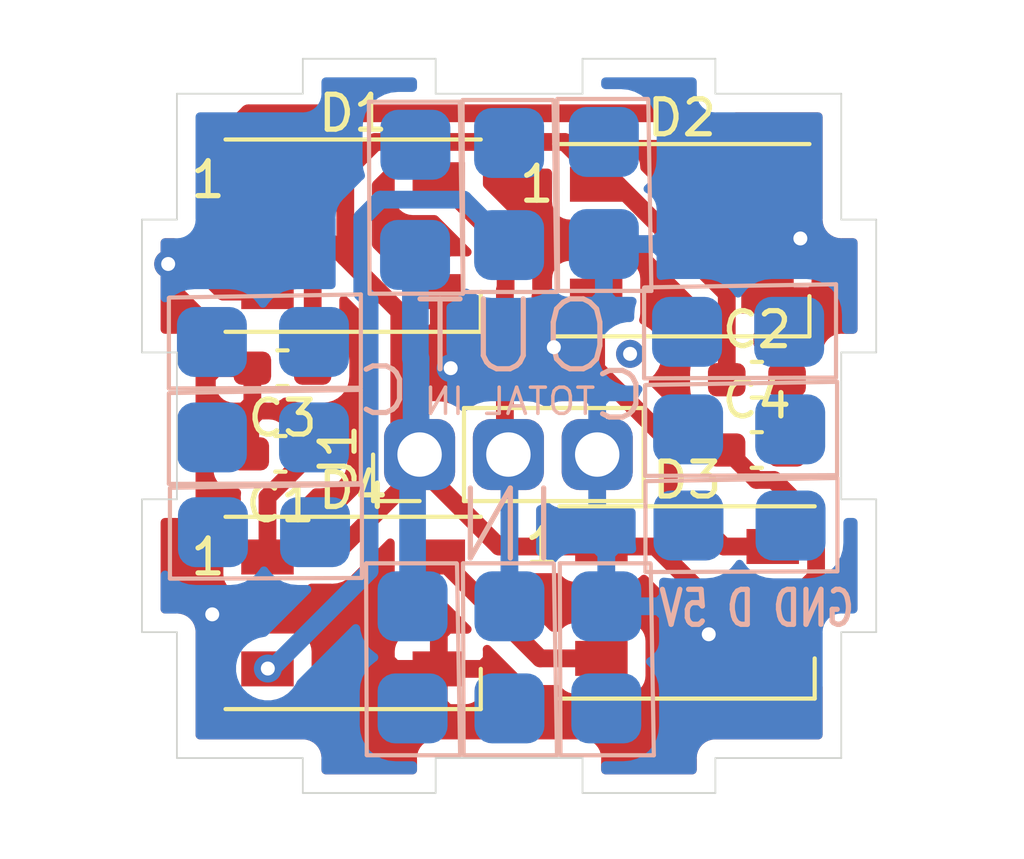
<source format=kicad_pcb>
(kicad_pcb (version 20171130) (host pcbnew "(5.1.10)-1")

  (general
    (thickness 1.6)
    (drawings 42)
    (tracks 76)
    (zones 0)
    (modules 21)
    (nets 14)
  )

  (page A4)
  (layers
    (0 F.Cu signal)
    (31 B.Cu signal)
    (32 B.Adhes user)
    (33 F.Adhes user)
    (34 B.Paste user)
    (35 F.Paste user)
    (36 B.SilkS user)
    (37 F.SilkS user)
    (38 B.Mask user)
    (39 F.Mask user)
    (40 Dwgs.User user)
    (41 Cmts.User user)
    (42 Eco1.User user)
    (43 Eco2.User user)
    (44 Edge.Cuts user)
    (45 Margin user)
    (46 B.CrtYd user)
    (47 F.CrtYd user)
    (48 B.Fab user)
    (49 F.Fab user)
  )

  (setup
    (last_trace_width 0.127)
    (user_trace_width 0.254)
    (user_trace_width 0.508)
    (user_trace_width 0.762)
    (trace_clearance 0.127)
    (zone_clearance 0.508)
    (zone_45_only no)
    (trace_min 0.127)
    (via_size 0.8)
    (via_drill 0.4)
    (via_min_size 0.4)
    (via_min_drill 0.3)
    (uvia_size 0.3)
    (uvia_drill 0.1)
    (uvias_allowed no)
    (uvia_min_size 0.2)
    (uvia_min_drill 0.1)
    (edge_width 0.05)
    (segment_width 0.2)
    (pcb_text_width 0.3)
    (pcb_text_size 1.5 1.5)
    (mod_edge_width 0.12)
    (mod_text_size 1 1)
    (mod_text_width 0.15)
    (pad_size 2 2)
    (pad_drill 0)
    (pad_to_mask_clearance 0)
    (aux_axis_origin -1 1)
    (grid_origin 0 -19)
    (visible_elements 7FFFFFFF)
    (pcbplotparams
      (layerselection 0x010fc_ffffffff)
      (usegerberextensions false)
      (usegerberattributes true)
      (usegerberadvancedattributes true)
      (creategerberjobfile true)
      (excludeedgelayer true)
      (linewidth 0.100000)
      (plotframeref false)
      (viasonmask false)
      (mode 1)
      (useauxorigin false)
      (hpglpennumber 1)
      (hpglpenspeed 20)
      (hpglpendiameter 15.000000)
      (psnegative false)
      (psa4output false)
      (plotreference true)
      (plotvalue true)
      (plotinvisibletext false)
      (padsonsilk false)
      (subtractmaskfromsilk false)
      (outputformat 1)
      (mirror false)
      (drillshape 1)
      (scaleselection 1)
      (outputdirectory ""))
  )

  (net 0 "")
  (net 1 GND)
  (net 2 +5V)
  (net 3 /OUT_RGB)
  (net 4 "Net-(D1-Pad2)")
  (net 5 "Net-(D2-Pad2)")
  (net 6 "Net-(D3-Pad2)")
  (net 7 "Net-(D4-Pad2)")
  (net 8 "Net-(R1-Pad1)")
  (net 9 "Net-(R2-Pad1)")
  (net 10 "Net-(R3-Pad1)")
  (net 11 "Net-(R4-Pad2)")
  (net 12 "Net-(R11-Pad2)")
  (net 13 "Net-(R12-Pad2)")

  (net_class Default "This is the default net class."
    (clearance 0.127)
    (trace_width 0.127)
    (via_dia 0.8)
    (via_drill 0.4)
    (uvia_dia 0.3)
    (uvia_drill 0.1)
    (add_net +5V)
    (add_net /OUT_RGB)
    (add_net GND)
    (add_net "Net-(D1-Pad2)")
    (add_net "Net-(D2-Pad2)")
    (add_net "Net-(D3-Pad2)")
    (add_net "Net-(D4-Pad2)")
    (add_net "Net-(R1-Pad1)")
    (add_net "Net-(R11-Pad2)")
    (add_net "Net-(R12-Pad2)")
    (add_net "Net-(R2-Pad1)")
    (add_net "Net-(R3-Pad1)")
    (add_net "Net-(R4-Pad2)")
  )

  (module tuya_arduino:焊接连接电阻 (layer B.Cu) (tedit 60BB172A) (tstamp 60BB0044)
    (at 9.24 -13.98 180)
    (path /60BB8192)
    (fp_text reference R2 (at -0.37 -1.54) (layer B.Fab)
      (effects (font (size 1 1) (thickness 0.15)) (justify mirror))
    )
    (fp_text value NC/0R (at 0 0.5) (layer B.Fab)
      (effects (font (size 1 1) (thickness 0.15)) (justify mirror))
    )
    (fp_line (start -1.62 -0.65) (end -1.53 4.82) (layer B.SilkS) (width 0.12))
    (fp_line (start 1.07 4.84) (end 1.05 -0.64) (layer B.SilkS) (width 0.12))
    (fp_line (start 1.05 -0.65) (end -1.62 -0.65) (layer B.SilkS) (width 0.12))
    (fp_line (start -1.52 4.84) (end 1.06 4.84) (layer B.SilkS) (width 0.12))
    (pad 1 connect roundrect (at -0.26 3.61 180) (size 2 2) (layers B.Cu B.Mask) (roundrect_rratio 0.25)
      (net 9 "Net-(R2-Pad1)"))
    (pad 2 connect roundrect (at -0.26 0.69 180) (size 2 2) (layers B.Cu B.Mask) (roundrect_rratio 0.25)
      (net 7 "Net-(D4-Pad2)"))
  )

  (module tuya_arduino:焊接连接电阻 (layer B.Cu) (tedit 60BB545B) (tstamp 60BB0033)
    (at 6.56 -13.93 180)
    (path /60BB61E1)
    (fp_text reference R1 (at -0.06 -1.46 180) (layer B.Fab)
      (effects (font (size 1 1) (thickness 0.15)) (justify mirror))
    )
    (fp_text value NC/0R (at 0 0.5 180) (layer B.Fab)
      (effects (font (size 1 1) (thickness 0.15)) (justify mirror))
    )
    (fp_line (start -1.62 -0.65) (end -1.53 4.82) (layer B.SilkS) (width 0.12))
    (fp_line (start 1.07 4.84) (end 1.05 -0.64) (layer B.SilkS) (width 0.12))
    (fp_line (start 1.05 -0.65) (end -1.62 -0.65) (layer B.SilkS) (width 0.12))
    (fp_line (start -1.52 4.84) (end 1.06 4.84) (layer B.SilkS) (width 0.12))
    (pad 1 connect roundrect (at -0.26 3.61 180) (size 2 2) (layers B.Cu B.Mask) (roundrect_rratio 0.25)
      (net 8 "Net-(R1-Pad1)"))
    (pad 2 connect roundrect (at -0.25 0.46 180) (size 2 2) (layers B.Cu B.Mask) (roundrect_rratio 0.25)
      (net 2 +5V))
  )

  (module tuya_arduino:焊接连接电阻 (layer B.Cu) (tedit 60BB9DE3) (tstamp 60BB4E53)
    (at 4.61 -11.64 270)
    (path /60BBC63A)
    (fp_text reference R4 (at 0 -0.5 90) (layer B.Fab)
      (effects (font (size 1 1) (thickness 0.15)) (justify mirror))
    )
    (fp_text value NC/0R (at 0 0.5 90) (layer B.Fab)
      (effects (font (size 1 1) (thickness 0.15)) (justify mirror))
    )
    (fp_line (start -1.62 -0.65) (end -1.53 4.82) (layer B.SilkS) (width 0.12))
    (fp_line (start 1.07 4.84) (end 1.05 -0.64) (layer B.SilkS) (width 0.12))
    (fp_line (start 1.05 -0.65) (end -1.62 -0.65) (layer B.SilkS) (width 0.12))
    (fp_line (start -1.52 4.84) (end 1.06 4.84) (layer B.SilkS) (width 0.12))
    (pad 2 connect roundrect (at -0.26 0.69 270) (size 2 2) (layers B.Cu B.Mask) (roundrect_rratio 0.25))
    (pad 1 connect roundrect (at -0.26 3.61 270) (size 2 2) (layers B.Cu B.Mask) (roundrect_rratio 0.25))
  )

  (module tuya_arduino:焊接连接电阻 (layer B.Cu) (tedit 60BB9DDC) (tstamp 60BB4E53)
    (at 4.61 -8.91 270)
    (path /60BBC63A)
    (fp_text reference R4 (at 0 -0.5 90) (layer B.Fab)
      (effects (font (size 1 1) (thickness 0.15)) (justify mirror))
    )
    (fp_text value NC/0R (at 0 0.5 90) (layer B.Fab)
      (effects (font (size 1 1) (thickness 0.15)) (justify mirror))
    )
    (fp_line (start -1.62 -0.65) (end -1.53 4.82) (layer B.SilkS) (width 0.12))
    (fp_line (start 1.07 4.84) (end 1.05 -0.64) (layer B.SilkS) (width 0.12))
    (fp_line (start 1.05 -0.65) (end -1.62 -0.65) (layer B.SilkS) (width 0.12))
    (fp_line (start -1.52 4.84) (end 1.06 4.84) (layer B.SilkS) (width 0.12))
    (pad 2 connect roundrect (at -0.26 0.69 270) (size 2 2) (layers B.Cu B.Mask) (roundrect_rratio 0.25))
    (pad 1 connect roundrect (at -0.26 3.61 270) (size 2 2) (layers B.Cu B.Mask) (roundrect_rratio 0.25))
  )

  (module tuya_arduino:焊接连接电阻 (layer B.Cu) (tedit 60BB9DEA) (tstamp 60BB4E53)
    (at 4.64 -6.2 270)
    (path /60BBC63A)
    (fp_text reference R4 (at 0 -0.5 90) (layer B.Fab)
      (effects (font (size 1 1) (thickness 0.15)) (justify mirror))
    )
    (fp_text value NC/0R (at 0 0.5 90) (layer B.Fab)
      (effects (font (size 1 1) (thickness 0.15)) (justify mirror))
    )
    (fp_line (start -1.62 -0.65) (end -1.53 4.82) (layer B.SilkS) (width 0.12))
    (fp_line (start 1.07 4.84) (end 1.05 -0.64) (layer B.SilkS) (width 0.12))
    (fp_line (start 1.05 -0.65) (end -1.62 -0.65) (layer B.SilkS) (width 0.12))
    (fp_line (start -1.52 4.84) (end 1.06 4.84) (layer B.SilkS) (width 0.12))
    (pad 2 connect roundrect (at -0.26 0.69 270) (size 2 2) (layers B.Cu B.Mask) (roundrect_rratio 0.25))
    (pad 1 connect roundrect (at -0.26 3.61 270) (size 2 2) (layers B.Cu B.Mask) (roundrect_rratio 0.25))
  )

  (module tuya_arduino:焊接连接电阻 (layer B.Cu) (tedit 60BB9DC4) (tstamp 60BB4E53)
    (at 18.24 -6.39 270)
    (path /60BBC63A)
    (fp_text reference R4 (at 0 -0.5 90) (layer B.Fab)
      (effects (font (size 1 1) (thickness 0.15)) (justify mirror))
    )
    (fp_text value NC/0R (at 0 0.5 90) (layer B.Fab)
      (effects (font (size 1 1) (thickness 0.15)) (justify mirror))
    )
    (fp_line (start -1.62 -0.65) (end -1.53 4.82) (layer B.SilkS) (width 0.12))
    (fp_line (start 1.07 4.84) (end 1.05 -0.64) (layer B.SilkS) (width 0.12))
    (fp_line (start 1.05 -0.65) (end -1.62 -0.65) (layer B.SilkS) (width 0.12))
    (fp_line (start -1.52 4.84) (end 1.06 4.84) (layer B.SilkS) (width 0.12))
    (pad 2 connect roundrect (at -0.26 0.69 270) (size 2 2) (layers B.Cu B.Mask) (roundrect_rratio 0.25))
    (pad 1 connect roundrect (at -0.26 3.61 270) (size 2 2) (layers B.Cu B.Mask) (roundrect_rratio 0.25))
  )

  (module tuya_arduino:焊接连接电阻 (layer B.Cu) (tedit 60BB9DCA) (tstamp 60BB4E53)
    (at 18.23 -9.14 270)
    (path /60BBC63A)
    (fp_text reference R4 (at 0 -0.5 90) (layer B.Fab)
      (effects (font (size 1 1) (thickness 0.15)) (justify mirror))
    )
    (fp_text value NC/0R (at 0 0.5 90) (layer B.Fab)
      (effects (font (size 1 1) (thickness 0.15)) (justify mirror))
    )
    (fp_line (start -1.62 -0.65) (end -1.53 4.82) (layer B.SilkS) (width 0.12))
    (fp_line (start 1.07 4.84) (end 1.05 -0.64) (layer B.SilkS) (width 0.12))
    (fp_line (start 1.05 -0.65) (end -1.62 -0.65) (layer B.SilkS) (width 0.12))
    (fp_line (start -1.52 4.84) (end 1.06 4.84) (layer B.SilkS) (width 0.12))
    (pad 2 connect roundrect (at -0.26 0.69 270) (size 2 2) (layers B.Cu B.Mask) (roundrect_rratio 0.25))
    (pad 1 connect roundrect (at -0.26 3.61 270) (size 2 2) (layers B.Cu B.Mask) (roundrect_rratio 0.25))
  )

  (module tuya_arduino:焊接连接电阻 (layer B.Cu) (tedit 60BB9DCF) (tstamp 60BB4E53)
    (at 18.2 -11.93 270)
    (path /60BBC63A)
    (fp_text reference R4 (at 0 -0.5 90) (layer B.Fab)
      (effects (font (size 1 1) (thickness 0.15)) (justify mirror))
    )
    (fp_text value NC/0R (at 0 0.5 90) (layer B.Fab)
      (effects (font (size 1 1) (thickness 0.15)) (justify mirror))
    )
    (fp_line (start -1.62 -0.65) (end -1.53 4.82) (layer B.SilkS) (width 0.12))
    (fp_line (start 1.07 4.84) (end 1.05 -0.64) (layer B.SilkS) (width 0.12))
    (fp_line (start 1.05 -0.65) (end -1.62 -0.65) (layer B.SilkS) (width 0.12))
    (fp_line (start -1.52 4.84) (end 1.06 4.84) (layer B.SilkS) (width 0.12))
    (pad 2 connect roundrect (at -0.26 0.69 270) (size 2 2) (layers B.Cu B.Mask) (roundrect_rratio 0.25))
    (pad 1 connect roundrect (at -0.26 3.61 270) (size 2 2) (layers B.Cu B.Mask) (roundrect_rratio 0.25))
  )

  (module tuya_arduino:焊接连接电阻 (layer B.Cu) (tedit 60BB172A) (tstamp 60BB4A1B)
    (at 9.25 -0.73 180)
    (path /60BF0A72)
    (fp_text reference R12 (at 0 -0.5) (layer B.Fab)
      (effects (font (size 1 1) (thickness 0.15)) (justify mirror))
    )
    (fp_text value NC/0R (at 0 0.5) (layer B.Fab)
      (effects (font (size 1 1) (thickness 0.15)) (justify mirror))
    )
    (fp_line (start -1.62 -0.65) (end -1.53 4.82) (layer B.SilkS) (width 0.12))
    (fp_line (start 1.07 4.84) (end 1.05 -0.64) (layer B.SilkS) (width 0.12))
    (fp_line (start 1.05 -0.65) (end -1.62 -0.65) (layer B.SilkS) (width 0.12))
    (fp_line (start -1.52 4.84) (end 1.06 4.84) (layer B.SilkS) (width 0.12))
    (pad 1 connect roundrect (at -0.26 3.61 180) (size 2 2) (layers B.Cu B.Mask) (roundrect_rratio 0.25)
      (net 3 /OUT_RGB))
    (pad 2 connect roundrect (at -0.26 0.69 180) (size 2 2) (layers B.Cu B.Mask) (roundrect_rratio 0.25)
      (net 13 "Net-(R12-Pad2)"))
  )

  (module tuya_arduino:焊接连接电阻 (layer B.Cu) (tedit 60BB172A) (tstamp 60BB4A11)
    (at 6.48 -0.73 180)
    (path /60BF0A6C)
    (fp_text reference R11 (at 0 -0.5) (layer B.Fab)
      (effects (font (size 1 1) (thickness 0.15)) (justify mirror))
    )
    (fp_text value NC/0R (at 0 0.5) (layer B.Fab)
      (effects (font (size 1 1) (thickness 0.15)) (justify mirror))
    )
    (fp_line (start -1.62 -0.65) (end -1.53 4.82) (layer B.SilkS) (width 0.12))
    (fp_line (start 1.07 4.84) (end 1.05 -0.64) (layer B.SilkS) (width 0.12))
    (fp_line (start 1.05 -0.65) (end -1.62 -0.65) (layer B.SilkS) (width 0.12))
    (fp_line (start -1.52 4.84) (end 1.06 4.84) (layer B.SilkS) (width 0.12))
    (pad 1 connect roundrect (at -0.26 3.61 180) (size 2 2) (layers B.Cu B.Mask) (roundrect_rratio 0.25)
      (net 2 +5V))
    (pad 2 connect roundrect (at -0.26 0.69 180) (size 2 2) (layers B.Cu B.Mask) (roundrect_rratio 0.25)
      (net 12 "Net-(R11-Pad2)"))
  )

  (module tuya_arduino:焊接连接电阻 (layer B.Cu) (tedit 60BB172A) (tstamp 60BB4A07)
    (at 12.02 -0.73 180)
    (path /60BBC63A)
    (fp_text reference R4 (at 0 -0.5) (layer B.Fab)
      (effects (font (size 1 1) (thickness 0.15)) (justify mirror))
    )
    (fp_text value NC/0R (at 0 0.5) (layer B.Fab)
      (effects (font (size 1 1) (thickness 0.15)) (justify mirror))
    )
    (fp_line (start -1.62 -0.65) (end -1.53 4.82) (layer B.SilkS) (width 0.12))
    (fp_line (start 1.07 4.84) (end 1.05 -0.64) (layer B.SilkS) (width 0.12))
    (fp_line (start 1.05 -0.65) (end -1.62 -0.65) (layer B.SilkS) (width 0.12))
    (fp_line (start -1.52 4.84) (end 1.06 4.84) (layer B.SilkS) (width 0.12))
    (pad 1 connect roundrect (at -0.26 3.61 180) (size 2 2) (layers B.Cu B.Mask) (roundrect_rratio 0.25)
      (net 1 GND))
    (pad 2 connect roundrect (at -0.26 0.69 180) (size 2 2) (layers B.Cu B.Mask) (roundrect_rratio 0.25)
      (net 11 "Net-(R4-Pad2)"))
  )

  (module tuya_arduino:焊接连接电阻 (layer B.Cu) (tedit 60BB172A) (tstamp 60BB0055)
    (at 11.95 -14.01 180)
    (path /60BB8EA9)
    (fp_text reference R3 (at -0.07 -1.63) (layer B.Fab)
      (effects (font (size 1 1) (thickness 0.15)) (justify mirror))
    )
    (fp_text value NC/0R (at -0.04 1.13) (layer B.Fab)
      (effects (font (size 1 1) (thickness 0.15)) (justify mirror))
    )
    (fp_line (start -1.52 4.84) (end 1.06 4.84) (layer B.SilkS) (width 0.12))
    (fp_line (start 1.05 -0.65) (end -1.62 -0.65) (layer B.SilkS) (width 0.12))
    (fp_line (start 1.07 4.84) (end 1.05 -0.64) (layer B.SilkS) (width 0.12))
    (fp_line (start -1.62 -0.65) (end -1.53 4.82) (layer B.SilkS) (width 0.12))
    (pad 1 connect roundrect (at -0.26 3.61 180) (size 2 2) (layers B.Cu B.Mask) (roundrect_rratio 0.25)
      (net 10 "Net-(R3-Pad1)"))
    (pad 2 connect roundrect (at -0.26 0.69 180) (size 2 2) (layers B.Cu B.Mask) (roundrect_rratio 0.25)
      (net 1 GND))
  )

  (module Connector_PinHeader_2.54mm:PinHeader_1x03_P2.54mm_Vertical (layer F.Cu) (tedit 60BB9B33) (tstamp 60BB0022)
    (at 6.94 -8.68 90)
    (descr "Through hole straight pin header, 1x03, 2.54mm pitch, single row")
    (tags "Through hole pin header THT 1x03 2.54mm single row")
    (path /60B98373)
    (fp_text reference J1 (at 0 -2.33 90) (layer F.SilkS)
      (effects (font (size 1 1) (thickness 0.15)))
    )
    (fp_text value Conn_01x03 (at 0 7.41 90) (layer F.Fab)
      (effects (font (size 1 1) (thickness 0.15)))
    )
    (fp_line (start -0.635 -1.27) (end 1.27 -1.27) (layer F.Fab) (width 0.1))
    (fp_line (start 1.27 -1.27) (end 1.27 6.35) (layer F.Fab) (width 0.1))
    (fp_line (start 1.27 6.35) (end -1.27 6.35) (layer F.Fab) (width 0.1))
    (fp_line (start -1.27 6.35) (end -1.27 -0.635) (layer F.Fab) (width 0.1))
    (fp_line (start -1.27 -0.635) (end -0.635 -1.27) (layer F.Fab) (width 0.1))
    (fp_line (start -1.33 6.41) (end 1.33 6.41) (layer F.SilkS) (width 0.12))
    (fp_line (start -1.33 1.27) (end -1.33 6.41) (layer F.SilkS) (width 0.12))
    (fp_line (start 1.33 1.27) (end 1.33 6.41) (layer F.SilkS) (width 0.12))
    (fp_line (start -1.33 1.27) (end 1.33 1.27) (layer F.SilkS) (width 0.12))
    (fp_line (start -1.33 0) (end -1.33 -1.33) (layer F.SilkS) (width 0.12))
    (fp_line (start -1.33 -1.33) (end 0 -1.33) (layer F.SilkS) (width 0.12))
    (fp_line (start -1.8 -1.8) (end -1.8 6.85) (layer F.CrtYd) (width 0.05))
    (fp_line (start -1.8 6.85) (end 1.8 6.85) (layer F.CrtYd) (width 0.05))
    (fp_line (start 1.8 6.85) (end 1.8 -1.8) (layer F.CrtYd) (width 0.05))
    (fp_line (start 1.8 -1.8) (end -1.8 -1.8) (layer F.CrtYd) (width 0.05))
    (fp_text user %R (at 0 2.54) (layer F.Fab)
      (effects (font (size 1 1) (thickness 0.15)))
    )
    (pad 3 thru_hole roundrect (at 0 5.08 90) (size 2.032 2.032) (drill 1.27) (layers *.Cu *.Mask) (roundrect_rratio 0.25)
      (net 1 GND))
    (pad 2 thru_hole roundrect (at 0 2.54 90) (size 2.032 2.032) (drill 1.27) (layers *.Cu *.Mask) (roundrect_rratio 0.25)
      (net 3 /OUT_RGB))
    (pad 1 thru_hole roundrect (at 0 0 90) (size 2.032 2.032) (drill 1.27) (layers *.Cu *.Mask) (roundrect_rratio 0.25)
      (net 2 +5V))
    (model ${KISYS3DMOD}/Connector_PinHeader_2.54mm.3dshapes/PinHeader_1x03_P2.54mm_Vertical.wrl
      (at (xyz 0 0 0))
      (scale (xyz 1 1 1))
      (rotate (xyz 0 0 0))
    )
  )

  (module LED_SMD:LED_WS2812B_PLCC4_5.0x5.0mm_P3.2mm (layer F.Cu) (tedit 5AA4B285) (tstamp 60BB000B)
    (at 5.04 -4.15)
    (descr https://cdn-shop.adafruit.com/datasheets/WS2812B.pdf)
    (tags "LED RGB NeoPixel")
    (path /60BB1931)
    (attr smd)
    (fp_text reference D4 (at 0 -3.5) (layer F.SilkS)
      (effects (font (size 1 1) (thickness 0.15)))
    )
    (fp_text value WS2812B (at 0 4) (layer F.Fab)
      (effects (font (size 1 1) (thickness 0.15)))
    )
    (fp_line (start 3.45 -2.75) (end -3.45 -2.75) (layer F.CrtYd) (width 0.05))
    (fp_line (start 3.45 2.75) (end 3.45 -2.75) (layer F.CrtYd) (width 0.05))
    (fp_line (start -3.45 2.75) (end 3.45 2.75) (layer F.CrtYd) (width 0.05))
    (fp_line (start -3.45 -2.75) (end -3.45 2.75) (layer F.CrtYd) (width 0.05))
    (fp_line (start 2.5 1.5) (end 1.5 2.5) (layer F.Fab) (width 0.1))
    (fp_line (start -2.5 -2.5) (end -2.5 2.5) (layer F.Fab) (width 0.1))
    (fp_line (start -2.5 2.5) (end 2.5 2.5) (layer F.Fab) (width 0.1))
    (fp_line (start 2.5 2.5) (end 2.5 -2.5) (layer F.Fab) (width 0.1))
    (fp_line (start 2.5 -2.5) (end -2.5 -2.5) (layer F.Fab) (width 0.1))
    (fp_line (start -3.65 -2.75) (end 3.65 -2.75) (layer F.SilkS) (width 0.12))
    (fp_line (start -3.65 2.75) (end 3.65 2.75) (layer F.SilkS) (width 0.12))
    (fp_line (start 3.65 2.75) (end 3.65 1.6) (layer F.SilkS) (width 0.12))
    (fp_circle (center 0 0) (end 0 -2) (layer F.Fab) (width 0.1))
    (fp_text user %R (at 0 0) (layer F.Fab)
      (effects (font (size 0.8 0.8) (thickness 0.15)))
    )
    (fp_text user 1 (at -4.15 -1.6) (layer F.SilkS)
      (effects (font (size 1 1) (thickness 0.15)))
    )
    (pad 1 smd rect (at -2.45 -1.6) (size 1.5 1) (layers F.Cu F.Paste F.Mask)
      (net 2 +5V))
    (pad 2 smd rect (at -2.45 1.6) (size 1.5 1) (layers F.Cu F.Paste F.Mask)
      (net 7 "Net-(D4-Pad2)"))
    (pad 4 smd rect (at 2.45 -1.6) (size 1.5 1) (layers F.Cu F.Paste F.Mask)
      (net 6 "Net-(D3-Pad2)"))
    (pad 3 smd rect (at 2.45 1.6) (size 1.5 1) (layers F.Cu F.Paste F.Mask)
      (net 1 GND))
    (model ${KISYS3DMOD}/LED_SMD.3dshapes/LED_WS2812B_PLCC4_5.0x5.0mm_P3.2mm.wrl
      (at (xyz 0 0 0))
      (scale (xyz 1 1 1))
      (rotate (xyz 0 0 0))
    )
  )

  (module LED_SMD:LED_WS2812B_PLCC4_5.0x5.0mm_P3.2mm (layer F.Cu) (tedit 5AA4B285) (tstamp 60BAFFF4)
    (at 14.59 -4.45)
    (descr https://cdn-shop.adafruit.com/datasheets/WS2812B.pdf)
    (tags "LED RGB NeoPixel")
    (path /60BB0504)
    (attr smd)
    (fp_text reference D3 (at 0 -3.5) (layer F.SilkS)
      (effects (font (size 1 1) (thickness 0.15)))
    )
    (fp_text value WS2812B (at 0 4) (layer F.Fab)
      (effects (font (size 1 1) (thickness 0.15)))
    )
    (fp_line (start 3.45 -2.75) (end -3.45 -2.75) (layer F.CrtYd) (width 0.05))
    (fp_line (start 3.45 2.75) (end 3.45 -2.75) (layer F.CrtYd) (width 0.05))
    (fp_line (start -3.45 2.75) (end 3.45 2.75) (layer F.CrtYd) (width 0.05))
    (fp_line (start -3.45 -2.75) (end -3.45 2.75) (layer F.CrtYd) (width 0.05))
    (fp_line (start 2.5 1.5) (end 1.5 2.5) (layer F.Fab) (width 0.1))
    (fp_line (start -2.5 -2.5) (end -2.5 2.5) (layer F.Fab) (width 0.1))
    (fp_line (start -2.5 2.5) (end 2.5 2.5) (layer F.Fab) (width 0.1))
    (fp_line (start 2.5 2.5) (end 2.5 -2.5) (layer F.Fab) (width 0.1))
    (fp_line (start 2.5 -2.5) (end -2.5 -2.5) (layer F.Fab) (width 0.1))
    (fp_line (start -3.65 -2.75) (end 3.65 -2.75) (layer F.SilkS) (width 0.12))
    (fp_line (start -3.65 2.75) (end 3.65 2.75) (layer F.SilkS) (width 0.12))
    (fp_line (start 3.65 2.75) (end 3.65 1.6) (layer F.SilkS) (width 0.12))
    (fp_circle (center 0 0) (end 0 -2) (layer F.Fab) (width 0.1))
    (fp_text user %R (at 0 0) (layer F.Fab)
      (effects (font (size 0.8 0.8) (thickness 0.15)))
    )
    (fp_text user 1 (at -4.15 -1.6) (layer F.SilkS)
      (effects (font (size 1 1) (thickness 0.15)))
    )
    (pad 1 smd rect (at -2.45 -1.6) (size 1.5 1) (layers F.Cu F.Paste F.Mask)
      (net 2 +5V))
    (pad 2 smd rect (at -2.45 1.6) (size 1.5 1) (layers F.Cu F.Paste F.Mask)
      (net 6 "Net-(D3-Pad2)"))
    (pad 4 smd rect (at 2.45 -1.6) (size 1.5 1) (layers F.Cu F.Paste F.Mask)
      (net 5 "Net-(D2-Pad2)"))
    (pad 3 smd rect (at 2.45 1.6) (size 1.5 1) (layers F.Cu F.Paste F.Mask)
      (net 1 GND))
    (model ${KISYS3DMOD}/LED_SMD.3dshapes/LED_WS2812B_PLCC4_5.0x5.0mm_P3.2mm.wrl
      (at (xyz 0 0 0))
      (scale (xyz 1 1 1))
      (rotate (xyz 0 0 0))
    )
  )

  (module LED_SMD:LED_WS2812B_PLCC4_5.0x5.0mm_P3.2mm (layer F.Cu) (tedit 5AA4B285) (tstamp 60BAFFDD)
    (at 14.44 -14.81)
    (descr https://cdn-shop.adafruit.com/datasheets/WS2812B.pdf)
    (tags "LED RGB NeoPixel")
    (path /60BAB300)
    (attr smd)
    (fp_text reference D2 (at 0 -3.5) (layer F.SilkS)
      (effects (font (size 1 1) (thickness 0.15)))
    )
    (fp_text value WS2812B (at 0 4) (layer F.Fab)
      (effects (font (size 1 1) (thickness 0.15)))
    )
    (fp_line (start 3.45 -2.75) (end -3.45 -2.75) (layer F.CrtYd) (width 0.05))
    (fp_line (start 3.45 2.75) (end 3.45 -2.75) (layer F.CrtYd) (width 0.05))
    (fp_line (start -3.45 2.75) (end 3.45 2.75) (layer F.CrtYd) (width 0.05))
    (fp_line (start -3.45 -2.75) (end -3.45 2.75) (layer F.CrtYd) (width 0.05))
    (fp_line (start 2.5 1.5) (end 1.5 2.5) (layer F.Fab) (width 0.1))
    (fp_line (start -2.5 -2.5) (end -2.5 2.5) (layer F.Fab) (width 0.1))
    (fp_line (start -2.5 2.5) (end 2.5 2.5) (layer F.Fab) (width 0.1))
    (fp_line (start 2.5 2.5) (end 2.5 -2.5) (layer F.Fab) (width 0.1))
    (fp_line (start 2.5 -2.5) (end -2.5 -2.5) (layer F.Fab) (width 0.1))
    (fp_line (start -3.65 -2.75) (end 3.65 -2.75) (layer F.SilkS) (width 0.12))
    (fp_line (start -3.65 2.75) (end 3.65 2.75) (layer F.SilkS) (width 0.12))
    (fp_line (start 3.65 2.75) (end 3.65 1.6) (layer F.SilkS) (width 0.12))
    (fp_circle (center 0 0) (end 0 -2) (layer F.Fab) (width 0.1))
    (fp_text user %R (at 0 0) (layer F.Fab)
      (effects (font (size 0.8 0.8) (thickness 0.15)))
    )
    (fp_text user 1 (at -4.15 -1.6) (layer F.SilkS)
      (effects (font (size 1 1) (thickness 0.15)))
    )
    (pad 1 smd rect (at -2.45 -1.6) (size 1.5 1) (layers F.Cu F.Paste F.Mask)
      (net 2 +5V))
    (pad 2 smd rect (at -2.45 1.6) (size 1.5 1) (layers F.Cu F.Paste F.Mask)
      (net 5 "Net-(D2-Pad2)"))
    (pad 4 smd rect (at 2.45 -1.6) (size 1.5 1) (layers F.Cu F.Paste F.Mask)
      (net 4 "Net-(D1-Pad2)"))
    (pad 3 smd rect (at 2.45 1.6) (size 1.5 1) (layers F.Cu F.Paste F.Mask)
      (net 1 GND))
    (model ${KISYS3DMOD}/LED_SMD.3dshapes/LED_WS2812B_PLCC4_5.0x5.0mm_P3.2mm.wrl
      (at (xyz 0 0 0))
      (scale (xyz 1 1 1))
      (rotate (xyz 0 0 0))
    )
  )

  (module LED_SMD:LED_WS2812B_PLCC4_5.0x5.0mm_P3.2mm (layer F.Cu) (tedit 5AA4B285) (tstamp 60BAFFC6)
    (at 5.04 -14.94)
    (descr https://cdn-shop.adafruit.com/datasheets/WS2812B.pdf)
    (tags "LED RGB NeoPixel")
    (path /60B95F96)
    (attr smd)
    (fp_text reference D1 (at 0 -3.5) (layer F.SilkS)
      (effects (font (size 1 1) (thickness 0.15)))
    )
    (fp_text value WS2812B (at 0 4) (layer F.Fab)
      (effects (font (size 1 1) (thickness 0.15)))
    )
    (fp_line (start 3.45 -2.75) (end -3.45 -2.75) (layer F.CrtYd) (width 0.05))
    (fp_line (start 3.45 2.75) (end 3.45 -2.75) (layer F.CrtYd) (width 0.05))
    (fp_line (start -3.45 2.75) (end 3.45 2.75) (layer F.CrtYd) (width 0.05))
    (fp_line (start -3.45 -2.75) (end -3.45 2.75) (layer F.CrtYd) (width 0.05))
    (fp_line (start 2.5 1.5) (end 1.5 2.5) (layer F.Fab) (width 0.1))
    (fp_line (start -2.5 -2.5) (end -2.5 2.5) (layer F.Fab) (width 0.1))
    (fp_line (start -2.5 2.5) (end 2.5 2.5) (layer F.Fab) (width 0.1))
    (fp_line (start 2.5 2.5) (end 2.5 -2.5) (layer F.Fab) (width 0.1))
    (fp_line (start 2.5 -2.5) (end -2.5 -2.5) (layer F.Fab) (width 0.1))
    (fp_line (start -3.65 -2.75) (end 3.65 -2.75) (layer F.SilkS) (width 0.12))
    (fp_line (start -3.65 2.75) (end 3.65 2.75) (layer F.SilkS) (width 0.12))
    (fp_line (start 3.65 2.75) (end 3.65 1.6) (layer F.SilkS) (width 0.12))
    (fp_circle (center 0 0) (end 0 -2) (layer F.Fab) (width 0.1))
    (fp_text user %R (at 0 0) (layer F.Fab)
      (effects (font (size 0.8 0.8) (thickness 0.15)))
    )
    (fp_text user 1 (at -4.15 -1.6) (layer F.SilkS)
      (effects (font (size 1 1) (thickness 0.15)))
    )
    (pad 1 smd rect (at -2.45 -1.6) (size 1.5 1) (layers F.Cu F.Paste F.Mask)
      (net 2 +5V))
    (pad 2 smd rect (at -2.45 1.6) (size 1.5 1) (layers F.Cu F.Paste F.Mask)
      (net 4 "Net-(D1-Pad2)"))
    (pad 4 smd rect (at 2.45 -1.6) (size 1.5 1) (layers F.Cu F.Paste F.Mask)
      (net 3 /OUT_RGB))
    (pad 3 smd rect (at 2.45 1.6) (size 1.5 1) (layers F.Cu F.Paste F.Mask)
      (net 1 GND))
    (model ${KISYS3DMOD}/LED_SMD.3dshapes/LED_WS2812B_PLCC4_5.0x5.0mm_P3.2mm.wrl
      (at (xyz 0 0 0))
      (scale (xyz 1 1 1))
      (rotate (xyz 0 0 0))
    )
  )

  (module Capacitor_SMD:C_0603_1608Metric_Pad1.08x0.95mm_HandSolder (layer F.Cu) (tedit 5F68FEEF) (tstamp 60BAFFAF)
    (at 16.5825 -8.81)
    (descr "Capacitor SMD 0603 (1608 Metric), square (rectangular) end terminal, IPC_7351 nominal with elongated pad for handsoldering. (Body size source: IPC-SM-782 page 76, https://www.pcb-3d.com/wordpress/wp-content/uploads/ipc-sm-782a_amendment_1_and_2.pdf), generated with kicad-footprint-generator")
    (tags "capacitor handsolder")
    (path /60BB1937)
    (attr smd)
    (fp_text reference C4 (at 0 -1.43) (layer F.SilkS)
      (effects (font (size 1 1) (thickness 0.15)))
    )
    (fp_text value 100nf (at 0 1.43) (layer F.Fab)
      (effects (font (size 1 1) (thickness 0.15)))
    )
    (fp_line (start -0.8 0.4) (end -0.8 -0.4) (layer F.Fab) (width 0.1))
    (fp_line (start -0.8 -0.4) (end 0.8 -0.4) (layer F.Fab) (width 0.1))
    (fp_line (start 0.8 -0.4) (end 0.8 0.4) (layer F.Fab) (width 0.1))
    (fp_line (start 0.8 0.4) (end -0.8 0.4) (layer F.Fab) (width 0.1))
    (fp_line (start -0.146267 -0.51) (end 0.146267 -0.51) (layer F.SilkS) (width 0.12))
    (fp_line (start -0.146267 0.51) (end 0.146267 0.51) (layer F.SilkS) (width 0.12))
    (fp_line (start -1.65 0.73) (end -1.65 -0.73) (layer F.CrtYd) (width 0.05))
    (fp_line (start -1.65 -0.73) (end 1.65 -0.73) (layer F.CrtYd) (width 0.05))
    (fp_line (start 1.65 -0.73) (end 1.65 0.73) (layer F.CrtYd) (width 0.05))
    (fp_line (start 1.65 0.73) (end -1.65 0.73) (layer F.CrtYd) (width 0.05))
    (fp_text user %R (at 0 0) (layer F.Fab)
      (effects (font (size 0.4 0.4) (thickness 0.06)))
    )
    (pad 2 smd roundrect (at 0.8625 0) (size 1.075 0.95) (layers F.Cu F.Paste F.Mask) (roundrect_rratio 0.25)
      (net 1 GND))
    (pad 1 smd roundrect (at -0.8625 0) (size 1.075 0.95) (layers F.Cu F.Paste F.Mask) (roundrect_rratio 0.25)
      (net 2 +5V))
    (model ${KISYS3DMOD}/Capacitor_SMD.3dshapes/C_0603_1608Metric.wrl
      (at (xyz 0 0 0))
      (scale (xyz 1 1 1))
      (rotate (xyz 0 0 0))
    )
  )

  (module Capacitor_SMD:C_0603_1608Metric_Pad1.08x0.95mm_HandSolder (layer F.Cu) (tedit 5F68FEEF) (tstamp 60BAFF9E)
    (at 3.02 -11.15 180)
    (descr "Capacitor SMD 0603 (1608 Metric), square (rectangular) end terminal, IPC_7351 nominal with elongated pad for handsoldering. (Body size source: IPC-SM-782 page 76, https://www.pcb-3d.com/wordpress/wp-content/uploads/ipc-sm-782a_amendment_1_and_2.pdf), generated with kicad-footprint-generator")
    (tags "capacitor handsolder")
    (path /60BB050A)
    (attr smd)
    (fp_text reference C3 (at 0 -1.43) (layer F.SilkS)
      (effects (font (size 1 1) (thickness 0.15)))
    )
    (fp_text value 100nf (at 0 1.43) (layer F.Fab)
      (effects (font (size 1 1) (thickness 0.15)))
    )
    (fp_line (start -0.8 0.4) (end -0.8 -0.4) (layer F.Fab) (width 0.1))
    (fp_line (start -0.8 -0.4) (end 0.8 -0.4) (layer F.Fab) (width 0.1))
    (fp_line (start 0.8 -0.4) (end 0.8 0.4) (layer F.Fab) (width 0.1))
    (fp_line (start 0.8 0.4) (end -0.8 0.4) (layer F.Fab) (width 0.1))
    (fp_line (start -0.146267 -0.51) (end 0.146267 -0.51) (layer F.SilkS) (width 0.12))
    (fp_line (start -0.146267 0.51) (end 0.146267 0.51) (layer F.SilkS) (width 0.12))
    (fp_line (start -1.65 0.73) (end -1.65 -0.73) (layer F.CrtYd) (width 0.05))
    (fp_line (start -1.65 -0.73) (end 1.65 -0.73) (layer F.CrtYd) (width 0.05))
    (fp_line (start 1.65 -0.73) (end 1.65 0.73) (layer F.CrtYd) (width 0.05))
    (fp_line (start 1.65 0.73) (end -1.65 0.73) (layer F.CrtYd) (width 0.05))
    (fp_text user %R (at 0 0) (layer F.Fab)
      (effects (font (size 0.4 0.4) (thickness 0.06)))
    )
    (pad 2 smd roundrect (at 0.8625 0 180) (size 1.075 0.95) (layers F.Cu F.Paste F.Mask) (roundrect_rratio 0.25)
      (net 1 GND))
    (pad 1 smd roundrect (at -0.8625 0 180) (size 1.075 0.95) (layers F.Cu F.Paste F.Mask) (roundrect_rratio 0.25)
      (net 2 +5V))
    (model ${KISYS3DMOD}/Capacitor_SMD.3dshapes/C_0603_1608Metric.wrl
      (at (xyz 0 0 0))
      (scale (xyz 1 1 1))
      (rotate (xyz 0 0 0))
    )
  )

  (module Capacitor_SMD:C_0603_1608Metric_Pad1.08x0.95mm_HandSolder (layer F.Cu) (tedit 5F68FEEF) (tstamp 60BAFF8D)
    (at 16.5875 -10.82)
    (descr "Capacitor SMD 0603 (1608 Metric), square (rectangular) end terminal, IPC_7351 nominal with elongated pad for handsoldering. (Body size source: IPC-SM-782 page 76, https://www.pcb-3d.com/wordpress/wp-content/uploads/ipc-sm-782a_amendment_1_and_2.pdf), generated with kicad-footprint-generator")
    (tags "capacitor handsolder")
    (path /60BAB306)
    (attr smd)
    (fp_text reference C2 (at 0 -1.43) (layer F.SilkS)
      (effects (font (size 1 1) (thickness 0.15)))
    )
    (fp_text value 100nf (at 0 1.43) (layer F.Fab)
      (effects (font (size 1 1) (thickness 0.15)))
    )
    (fp_line (start -0.8 0.4) (end -0.8 -0.4) (layer F.Fab) (width 0.1))
    (fp_line (start -0.8 -0.4) (end 0.8 -0.4) (layer F.Fab) (width 0.1))
    (fp_line (start 0.8 -0.4) (end 0.8 0.4) (layer F.Fab) (width 0.1))
    (fp_line (start 0.8 0.4) (end -0.8 0.4) (layer F.Fab) (width 0.1))
    (fp_line (start -0.146267 -0.51) (end 0.146267 -0.51) (layer F.SilkS) (width 0.12))
    (fp_line (start -0.146267 0.51) (end 0.146267 0.51) (layer F.SilkS) (width 0.12))
    (fp_line (start -1.65 0.73) (end -1.65 -0.73) (layer F.CrtYd) (width 0.05))
    (fp_line (start -1.65 -0.73) (end 1.65 -0.73) (layer F.CrtYd) (width 0.05))
    (fp_line (start 1.65 -0.73) (end 1.65 0.73) (layer F.CrtYd) (width 0.05))
    (fp_line (start 1.65 0.73) (end -1.65 0.73) (layer F.CrtYd) (width 0.05))
    (fp_text user %R (at 0 0) (layer F.Fab)
      (effects (font (size 0.4 0.4) (thickness 0.06)))
    )
    (pad 2 smd roundrect (at 0.8625 0) (size 1.075 0.95) (layers F.Cu F.Paste F.Mask) (roundrect_rratio 0.25)
      (net 1 GND))
    (pad 1 smd roundrect (at -0.8625 0) (size 1.075 0.95) (layers F.Cu F.Paste F.Mask) (roundrect_rratio 0.25)
      (net 2 +5V))
    (model ${KISYS3DMOD}/Capacitor_SMD.3dshapes/C_0603_1608Metric.wrl
      (at (xyz 0 0 0))
      (scale (xyz 1 1 1))
      (rotate (xyz 0 0 0))
    )
  )

  (module Capacitor_SMD:C_0603_1608Metric_Pad1.08x0.95mm_HandSolder (layer F.Cu) (tedit 5F68FEEF) (tstamp 60BAFF7C)
    (at 2.96 -8.7 180)
    (descr "Capacitor SMD 0603 (1608 Metric), square (rectangular) end terminal, IPC_7351 nominal with elongated pad for handsoldering. (Body size source: IPC-SM-782 page 76, https://www.pcb-3d.com/wordpress/wp-content/uploads/ipc-sm-782a_amendment_1_and_2.pdf), generated with kicad-footprint-generator")
    (tags "capacitor handsolder")
    (path /60B9E9DF)
    (attr smd)
    (fp_text reference C1 (at 0 -1.43) (layer F.SilkS)
      (effects (font (size 1 1) (thickness 0.15)))
    )
    (fp_text value 100nf (at 0 1.43) (layer F.Fab)
      (effects (font (size 1 1) (thickness 0.15)))
    )
    (fp_line (start -0.8 0.4) (end -0.8 -0.4) (layer F.Fab) (width 0.1))
    (fp_line (start -0.8 -0.4) (end 0.8 -0.4) (layer F.Fab) (width 0.1))
    (fp_line (start 0.8 -0.4) (end 0.8 0.4) (layer F.Fab) (width 0.1))
    (fp_line (start 0.8 0.4) (end -0.8 0.4) (layer F.Fab) (width 0.1))
    (fp_line (start -0.146267 -0.51) (end 0.146267 -0.51) (layer F.SilkS) (width 0.12))
    (fp_line (start -0.146267 0.51) (end 0.146267 0.51) (layer F.SilkS) (width 0.12))
    (fp_line (start -1.65 0.73) (end -1.65 -0.73) (layer F.CrtYd) (width 0.05))
    (fp_line (start -1.65 -0.73) (end 1.65 -0.73) (layer F.CrtYd) (width 0.05))
    (fp_line (start 1.65 -0.73) (end 1.65 0.73) (layer F.CrtYd) (width 0.05))
    (fp_line (start 1.65 0.73) (end -1.65 0.73) (layer F.CrtYd) (width 0.05))
    (fp_text user %R (at 0 0) (layer F.Fab)
      (effects (font (size 0.4 0.4) (thickness 0.06)))
    )
    (pad 2 smd roundrect (at 0.8625 0 180) (size 1.075 0.95) (layers F.Cu F.Paste F.Mask) (roundrect_rratio 0.25)
      (net 1 GND))
    (pad 1 smd roundrect (at -0.8625 0 180) (size 1.075 0.95) (layers F.Cu F.Paste F.Mask) (roundrect_rratio 0.25)
      (net 2 +5V))
    (model ${KISYS3DMOD}/Capacitor_SMD.3dshapes/C_0603_1608Metric.wrl
      (at (xyz 0 0 0))
      (scale (xyz 1 1 1))
      (rotate (xyz 0 0 0))
    )
  )

  (gr_text "GND D 5V" (at 16.58 -4.28) (layer B.SilkS)
    (effects (font (size 1 0.75) (thickness 0.15)) (justify mirror))
  )
  (gr_text "TOTAL IN" (at 9.52 -10.2) (layer B.SilkS)
    (effects (font (size 0.75 0.75) (thickness 0.1)) (justify mirror))
  )
  (gr_text OUT (at 9.62 -12.05) (layer B.SilkS)
    (effects (font (size 2 2) (thickness 0.15)) (justify mirror))
  )
  (gr_text IN (at 9.44 -6.64) (layer B.SilkS)
    (effects (font (size 2 2) (thickness 0.15)) (justify mirror))
  )
  (gr_text c (at 12.65 -10.67) (layer B.SilkS) (tstamp 60BB55C1)
    (effects (font (size 2 2) (thickness 0.15)) (justify mirror))
  )
  (gr_text c (at 5.89 -10.8) (layer B.SilkS)
    (effects (font (size 2 2) (thickness 0.15)) (justify mirror))
  )
  (gr_line (start 19 -19) (end 19 -15.4) (layer Edge.Cuts) (width 0.05) (tstamp 60BB42B0))
  (gr_line (start 19 0) (end 19 -3.6) (layer Edge.Cuts) (width 0.05))
  (gr_line (start 15.4 0) (end 19 0) (layer Edge.Cuts) (width 0.05) (tstamp 60BB4271))
  (gr_line (start 0 0) (end 3.6 0) (layer Edge.Cuts) (width 0.05))
  (gr_line (start 0 -3.6) (end 0 0) (layer Edge.Cuts) (width 0.05) (tstamp 60BB4216))
  (gr_line (start 0 -19) (end 0 -15.4) (layer Edge.Cuts) (width 0.05))
  (gr_line (start 15.4 -19) (end 19 -19) (layer Edge.Cuts) (width 0.05) (tstamp 60BB419E))
  (gr_line (start 20 -11.6) (end 20 -15.4) (layer Edge.Cuts) (width 0.05) (tstamp 60BAF3E6))
  (gr_line (start -1 -3.6) (end 0 -3.6) (layer Edge.Cuts) (width 0.05))
  (gr_line (start -1 -7.4) (end -1 -3.6) (layer Edge.Cuts) (width 0.05))
  (gr_line (start 0 -7.4) (end -1 -7.4) (layer Edge.Cuts) (width 0.05))
  (gr_line (start 0 -11.6) (end 0 -7.4) (layer Edge.Cuts) (width 0.05))
  (gr_line (start -1 -11.6) (end 0 -11.6) (layer Edge.Cuts) (width 0.05))
  (gr_line (start -1 -15.4) (end -1 -11.6) (layer Edge.Cuts) (width 0.05))
  (gr_line (start 0 -15.4) (end -1 -15.4) (layer Edge.Cuts) (width 0.05))
  (gr_line (start 3.6 -19) (end 0 -19) (layer Edge.Cuts) (width 0.05))
  (gr_line (start 3.6 -20) (end 3.6 -19) (layer Edge.Cuts) (width 0.05))
  (gr_line (start 7.4 -20) (end 3.6 -20) (layer Edge.Cuts) (width 0.05))
  (gr_line (start 7.4 -19) (end 7.4 -20) (layer Edge.Cuts) (width 0.05))
  (gr_line (start 11.6 -19) (end 7.4 -19) (layer Edge.Cuts) (width 0.05))
  (gr_line (start 11.6 -20) (end 11.6 -19) (layer Edge.Cuts) (width 0.05))
  (gr_line (start 15.4 -20) (end 11.6 -20) (layer Edge.Cuts) (width 0.05))
  (gr_line (start 15.4 -19) (end 15.4 -20) (layer Edge.Cuts) (width 0.05))
  (gr_line (start 20 -15.4) (end 19 -15.4) (layer Edge.Cuts) (width 0.05))
  (gr_line (start 19 -11.6) (end 20 -11.6) (layer Edge.Cuts) (width 0.05))
  (gr_line (start 19 -7.4) (end 19 -11.6) (layer Edge.Cuts) (width 0.05))
  (gr_line (start 20 -7.4) (end 19 -7.4) (layer Edge.Cuts) (width 0.05))
  (gr_line (start 20 -3.6) (end 20 -7.4) (layer Edge.Cuts) (width 0.05))
  (gr_line (start 19 -3.6) (end 20 -3.6) (layer Edge.Cuts) (width 0.05))
  (gr_line (start 15.4 1) (end 15.4 0) (layer Edge.Cuts) (width 0.05))
  (gr_line (start 11.6 1) (end 15.4 1) (layer Edge.Cuts) (width 0.05))
  (gr_line (start 11.6 0) (end 11.6 1) (layer Edge.Cuts) (width 0.05))
  (gr_line (start 7.4 0) (end 11.6 0) (layer Edge.Cuts) (width 0.05))
  (gr_line (start 7.4 1) (end 7.4 0) (layer Edge.Cuts) (width 0.05))
  (gr_line (start 3.6 1) (end 7.4 1) (layer Edge.Cuts) (width 0.05))
  (gr_line (start 3.6 0) (end 3.6 1) (layer Edge.Cuts) (width 0.05))

  (via (at 12.96 -11.56) (size 0.8) (drill 0.4) (layers F.Cu B.Cu) (net 0))
  (via (at 17.83 -14.86) (size 0.8) (drill 0.4) (layers F.Cu B.Cu) (net 1))
  (via (at 7.83 -11.15) (size 0.8) (drill 0.4) (layers F.Cu B.Cu) (net 1))
  (via (at 15.21 -3.54) (size 0.8) (drill 0.4) (layers F.Cu B.Cu) (net 1))
  (via (at 1.01 -4.11) (size 0.8) (drill 0.4) (layers F.Cu B.Cu) (net 1))
  (via (at -0.25 -14.13) (size 0.8) (drill 0.4) (layers F.Cu B.Cu) (net 1))
  (via (at 10.78 -11.75) (size 0.8) (drill 0.4) (layers F.Cu B.Cu) (net 1))
  (segment (start 6.84 -8.76) (end 6.84 -8.15) (width 0.508) (layer F.Cu) (net 2))
  (segment (start 4.44 -5.75) (end 2.59 -5.75) (width 0.508) (layer F.Cu) (net 2))
  (segment (start 6.84 -8.15) (end 4.44 -5.75) (width 0.508) (layer F.Cu) (net 2))
  (segment (start 6.358999 -9.241001) (end 6.358999 -12.771001) (width 0.508) (layer F.Cu) (net 2))
  (segment (start 6.84 -8.76) (end 6.358999 -9.241001) (width 0.508) (layer F.Cu) (net 2))
  (segment (start 2.59 -15.275802) (end 3.9225 -13.943302) (width 0.508) (layer F.Cu) (net 2))
  (segment (start 2.59 -16.54) (end 2.59 -15.275802) (width 0.508) (layer F.Cu) (net 2))
  (segment (start 6.84 -8.76) (end 6.84 -8.42) (width 0.508) (layer F.Cu) (net 2))
  (segment (start 9.21 -6.05) (end 12.14 -6.05) (width 0.508) (layer F.Cu) (net 2))
  (segment (start 6.84 -8.42) (end 9.21 -6.05) (width 0.508) (layer F.Cu) (net 2))
  (segment (start 12.14 -6.05) (end 13.68 -6.05) (width 0.508) (layer F.Cu) (net 2))
  (segment (start 13.68 -6.05) (end 14.98 -4.75) (width 0.508) (layer F.Cu) (net 2))
  (segment (start 14.98 -4.75) (end 17.85 -4.75) (width 0.508) (layer F.Cu) (net 2))
  (segment (start 17.85 -4.75) (end 18.28 -5.18) (width 0.508) (layer F.Cu) (net 2))
  (segment (start 16.57601 -7.95399) (end 15.72 -8.81) (width 0.508) (layer F.Cu) (net 2))
  (segment (start 17.071812 -7.95399) (end 16.57601 -7.95399) (width 0.508) (layer F.Cu) (net 2))
  (segment (start 18.28 -6.745802) (end 17.071812 -7.95399) (width 0.508) (layer F.Cu) (net 2))
  (segment (start 18.28 -5.18) (end 18.28 -6.745802) (width 0.508) (layer F.Cu) (net 2))
  (segment (start 4.815 -14.315) (end 4.815 -16.675) (width 0.508) (layer F.Cu) (net 2))
  (segment (start 6.358999 -12.771001) (end 4.815 -14.315) (width 0.508) (layer F.Cu) (net 2))
  (segment (start 4.815 -14.315) (end 2.59 -16.54) (width 0.508) (layer F.Cu) (net 2))
  (segment (start 5.67 -17.62) (end 11.087998 -17.62) (width 0.508) (layer F.Cu) (net 2))
  (segment (start 11.99 -16.717998) (end 11.99 -16.41) (width 0.508) (layer F.Cu) (net 2))
  (segment (start 11.087998 -17.62) (end 11.99 -16.717998) (width 0.508) (layer F.Cu) (net 2))
  (segment (start 4.815 -16.765) (end 5.67 -17.62) (width 0.508) (layer F.Cu) (net 2))
  (segment (start 4.815 -16.675) (end 4.815 -16.765) (width 0.508) (layer F.Cu) (net 2))
  (segment (start 12.6 -16.41) (end 11.99 -16.41) (width 0.508) (layer F.Cu) (net 2))
  (segment (start 15.725 -13.285) (end 12.6 -16.41) (width 0.508) (layer F.Cu) (net 2))
  (segment (start 15.725 -10.82) (end 15.725 -13.285) (width 0.508) (layer F.Cu) (net 2))
  (segment (start 6.84 -11.42) (end 6.84 -8.76) (width 0.762) (layer B.Cu) (net 2))
  (segment (start 6.82 -11.44) (end 6.84 -11.42) (width 0.762) (layer B.Cu) (net 2))
  (segment (start 6.82 -14.62) (end 6.82 -11.44) (width 0.762) (layer B.Cu) (net 2))
  (segment (start 2.59 -7.4675) (end 3.8225 -8.7) (width 0.508) (layer F.Cu) (net 2))
  (segment (start 2.59 -5.75) (end 2.59 -7.4675) (width 0.508) (layer F.Cu) (net 2))
  (segment (start 3.8825 -13.903302) (end 3.9225 -13.943302) (width 0.508) (layer F.Cu) (net 2))
  (segment (start 3.8825 -11.15) (end 3.8825 -13.903302) (width 0.508) (layer F.Cu) (net 2))
  (segment (start 6.74 -8.48) (end 6.94 -8.68) (width 0.762) (layer B.Cu) (net 2))
  (segment (start 6.74 -4.34) (end 6.74 -8.48) (width 0.762) (layer B.Cu) (net 2))
  (segment (start 9.38 -13.385802) (end 9.4 -13.405802) (width 0.508) (layer F.Cu) (net 3))
  (segment (start 9.38 -8.76) (end 9.38 -13.385802) (width 0.508) (layer F.Cu) (net 3))
  (segment (start 9.4 -14.63) (end 7.49 -16.54) (width 0.508) (layer F.Cu) (net 3))
  (segment (start 9.4 -13.405802) (end 9.4 -14.63) (width 0.508) (layer F.Cu) (net 3))
  (segment (start 9.51 -8.65) (end 9.48 -8.68) (width 0.508) (layer B.Cu) (net 3))
  (segment (start 9.51 -4.34) (end 9.51 -8.65) (width 0.508) (layer B.Cu) (net 3))
  (segment (start 1.332 -13.34) (end 2.59 -13.34) (width 0.508) (layer F.Cu) (net 4))
  (segment (start 0.8 -13.872) (end 1.332 -13.34) (width 0.508) (layer F.Cu) (net 4))
  (segment (start 0.8 -17.19) (end 0.8 -13.872) (width 0.508) (layer F.Cu) (net 4))
  (segment (start 2.05 -18.44) (end 0.8 -17.19) (width 0.508) (layer F.Cu) (net 4))
  (segment (start 14.62 -18.44) (end 2.05 -18.44) (width 0.508) (layer F.Cu) (net 4))
  (segment (start 16.65 -16.41) (end 14.62 -18.44) (width 0.508) (layer F.Cu) (net 4))
  (segment (start 16.89 -16.41) (end 16.65 -16.41) (width 0.508) (layer F.Cu) (net 4))
  (segment (start 15.64 -6.05) (end 17.04 -6.05) (width 0.508) (layer F.Cu) (net 5))
  (segment (start 14.07 -7.62) (end 15.64 -6.05) (width 0.508) (layer F.Cu) (net 5))
  (segment (start 14.07 -9.047794) (end 14.07 -7.62) (width 0.508) (layer F.Cu) (net 5))
  (segment (start 11.99 -11.127794) (end 14.07 -9.047794) (width 0.508) (layer F.Cu) (net 5))
  (segment (start 11.99 -13.21) (end 11.99 -11.127794) (width 0.508) (layer F.Cu) (net 5))
  (segment (start 10.39 -2.85) (end 7.49 -5.75) (width 0.508) (layer F.Cu) (net 6))
  (segment (start 12.14 -2.85) (end 10.39 -2.85) (width 0.508) (layer F.Cu) (net 6))
  (via (at 2.6 -2.56) (size 0.8) (drill 0.4) (layers F.Cu B.Cu) (net 7))
  (segment (start 2.59 -2.55) (end 2.6 -2.56) (width 0.508) (layer F.Cu) (net 7))
  (segment (start 9.5 -14.73798) (end 9.5 -14.67) (width 0.508) (layer B.Cu) (net 7))
  (segment (start 5.82 -15.97) (end 8.2 -15.97) (width 0.508) (layer B.Cu) (net 7))
  (segment (start 5.30101 -15.45101) (end 5.82 -15.97) (width 0.508) (layer B.Cu) (net 7))
  (segment (start 5.30101 -13.31101) (end 5.30101 -15.45101) (width 0.508) (layer B.Cu) (net 7))
  (segment (start 8.2 -15.97) (end 9.5 -14.67) (width 0.508) (layer B.Cu) (net 7))
  (segment (start 5.51 -5.355938) (end 5.51 -13.10202) (width 0.508) (layer B.Cu) (net 7))
  (segment (start 2.714062 -2.56) (end 5.51 -5.355938) (width 0.508) (layer B.Cu) (net 7))
  (segment (start 5.51 -13.10202) (end 5.30101 -13.31101) (width 0.508) (layer B.Cu) (net 7))
  (segment (start 2.6 -2.56) (end 2.714062 -2.56) (width 0.508) (layer B.Cu) (net 7))

  (zone (net 1) (net_name GND) (layer B.Cu) (tstamp 0) (hatch edge 0.508)
    (connect_pads (clearance 0.508))
    (min_thickness 0.254)
    (fill yes (arc_segments 32) (thermal_gap 0.508) (thermal_bridge_width 0.508))
    (polygon
      (pts
        (xy 23.33 -21.47) (xy 24.23 2.27) (xy -5.06 2.89) (xy -3.61 -21.68)
      )
    )
    (filled_polygon
      (pts
        (xy 2.503728 -5.327721) (xy 2.645262 -5.155262) (xy 2.817721 -5.013728) (xy 3.014479 -4.908559) (xy 3.227973 -4.843796)
        (xy 3.45 -4.821928) (xy 3.718754 -4.821928) (xy 2.490279 -3.593452) (xy 2.298102 -3.555226) (xy 2.109744 -3.477205)
        (xy 1.940226 -3.363937) (xy 1.796063 -3.219774) (xy 1.682795 -3.050256) (xy 1.604774 -2.861898) (xy 1.565 -2.661939)
        (xy 1.565 -2.458061) (xy 1.604774 -2.258102) (xy 1.682795 -2.069744) (xy 1.796063 -1.900226) (xy 1.940226 -1.756063)
        (xy 2.109744 -1.642795) (xy 2.298102 -1.564774) (xy 2.498061 -1.525) (xy 2.701939 -1.525) (xy 2.901898 -1.564774)
        (xy 3.090256 -1.642795) (xy 3.259774 -1.756063) (xy 3.403937 -1.900226) (xy 3.517205 -2.069744) (xy 3.542777 -2.13148)
        (xy 5.115321 -3.704023) (xy 5.123796 -3.617973) (xy 5.188559 -3.404479) (xy 5.293728 -3.207721) (xy 5.435262 -3.035262)
        (xy 5.607721 -2.893728) (xy 5.633404 -2.88) (xy 5.607721 -2.866272) (xy 5.435262 -2.724738) (xy 5.293728 -2.552279)
        (xy 5.188559 -2.355521) (xy 5.123796 -2.142027) (xy 5.101928 -1.92) (xy 5.101928 -0.92) (xy 5.123796 -0.697973)
        (xy 5.188559 -0.484479) (xy 5.293728 -0.287721) (xy 5.435262 -0.115262) (xy 5.607721 0.026272) (xy 5.804479 0.131441)
        (xy 6.017973 0.196204) (xy 6.24 0.218072) (xy 6.740001 0.218072) (xy 6.740001 0.34) (xy 4.26 0.34)
        (xy 4.26 0.032418) (xy 4.263193 0) (xy 4.25045 -0.129383) (xy 4.21271 -0.253793) (xy 4.151425 -0.36845)
        (xy 4.068948 -0.468948) (xy 3.96845 -0.551425) (xy 3.853793 -0.61271) (xy 3.729383 -0.65045) (xy 3.632419 -0.66)
        (xy 3.6 -0.663193) (xy 3.567581 -0.66) (xy 0.66 -0.66) (xy 0.66 -3.567582) (xy 0.663193 -3.6)
        (xy 0.65045 -3.729383) (xy 0.61271 -3.853793) (xy 0.551425 -3.96845) (xy 0.468948 -4.068948) (xy 0.36845 -4.151425)
        (xy 0.253793 -4.21271) (xy 0.129383 -4.25045) (xy 0.032419 -4.26) (xy 0 -4.263193) (xy -0.032419 -4.26)
        (xy -0.34 -4.26) (xy -0.34 -5.234784) (xy -0.274738 -5.155262) (xy -0.102279 -5.013728) (xy 0.094479 -4.908559)
        (xy 0.307973 -4.843796) (xy 0.53 -4.821928) (xy 1.53 -4.821928) (xy 1.752027 -4.843796) (xy 1.965521 -4.908559)
        (xy 2.162279 -5.013728) (xy 2.334738 -5.155262) (xy 2.476272 -5.327721) (xy 2.49 -5.353404)
      )
    )
    (filled_polygon
      (pts
        (xy 14.74 -19.03242) (xy 14.736807 -19) (xy 14.74955 -18.870617) (xy 14.78729 -18.746207) (xy 14.848575 -18.63155)
        (xy 14.910971 -18.555521) (xy 14.931052 -18.531052) (xy 15.03155 -18.448575) (xy 15.146207 -18.38729) (xy 15.270617 -18.34955)
        (xy 15.4 -18.336807) (xy 15.432419 -18.34) (xy 18.34 -18.34) (xy 18.340001 -15.432429) (xy 18.336807 -15.4)
        (xy 18.34955 -15.270617) (xy 18.38729 -15.146207) (xy 18.448575 -15.03155) (xy 18.531052 -14.931052) (xy 18.63155 -14.848575)
        (xy 18.746207 -14.78729) (xy 18.870617 -14.74955) (xy 18.967581 -14.74) (xy 19 -14.736807) (xy 19.032419 -14.74)
        (xy 19.340001 -14.74) (xy 19.34 -12.26) (xy 19.148072 -12.26) (xy 19.148072 -12.69) (xy 19.126204 -12.912027)
        (xy 19.061441 -13.125521) (xy 18.956272 -13.322279) (xy 18.814738 -13.494738) (xy 18.642279 -13.636272) (xy 18.445521 -13.741441)
        (xy 18.232027 -13.806204) (xy 18.01 -13.828072) (xy 17.01 -13.828072) (xy 16.787973 -13.806204) (xy 16.574479 -13.741441)
        (xy 16.377721 -13.636272) (xy 16.205262 -13.494738) (xy 16.063728 -13.322279) (xy 16.05 -13.296596) (xy 16.036272 -13.322279)
        (xy 15.894738 -13.494738) (xy 15.722279 -13.636272) (xy 15.525521 -13.741441) (xy 15.312027 -13.806204) (xy 15.09 -13.828072)
        (xy 14.09 -13.828072) (xy 13.867973 -13.806204) (xy 13.847642 -13.800037) (xy 13.845 -14.41425) (xy 13.68625 -14.573)
        (xy 12.337 -14.573) (xy 12.337 -13.22375) (xy 12.49575 -13.065) (xy 13.019517 -13.062747) (xy 12.973796 -12.912027)
        (xy 12.951928 -12.69) (xy 12.951928 -12.595) (xy 12.858061 -12.595) (xy 12.658102 -12.555226) (xy 12.469744 -12.477205)
        (xy 12.300226 -12.363937) (xy 12.156063 -12.219774) (xy 12.042795 -12.050256) (xy 11.964774 -11.861898) (xy 11.925 -11.661939)
        (xy 11.925 -11.458061) (xy 11.964774 -11.258102) (xy 12.042795 -11.069744) (xy 12.156063 -10.900226) (xy 12.300226 -10.756063)
        (xy 12.469744 -10.642795) (xy 12.658102 -10.564774) (xy 12.858061 -10.525) (xy 13.061939 -10.525) (xy 13.188398 -10.550154)
        (xy 13.173728 -10.532279) (xy 13.068559 -10.335521) (xy 13.067188 -10.331) (xy 13.036 -10.334072) (xy 12.30575 -10.331)
        (xy 12.147 -10.17225) (xy 12.147 -8.807) (xy 12.167 -8.807) (xy 12.167 -8.553) (xy 12.147 -8.553)
        (xy 12.147 -7.18775) (xy 12.30575 -7.029) (xy 12.991928 -7.026113) (xy 12.991928 -6.15) (xy 13.008976 -5.976906)
        (xy 12.56575 -5.975) (xy 12.407 -5.81625) (xy 12.407 -4.467) (xy 13.75625 -4.467) (xy 13.915 -4.62575)
        (xy 13.916751 -5.032931) (xy 14.13 -5.011928) (xy 15.13 -5.011928) (xy 15.352027 -5.033796) (xy 15.565521 -5.098559)
        (xy 15.762279 -5.203728) (xy 15.934738 -5.345262) (xy 16.076272 -5.517721) (xy 16.09 -5.543404) (xy 16.103728 -5.517721)
        (xy 16.245262 -5.345262) (xy 16.417721 -5.203728) (xy 16.614479 -5.098559) (xy 16.827973 -5.033796) (xy 17.05 -5.011928)
        (xy 18.05 -5.011928) (xy 18.272027 -5.033796) (xy 18.485521 -5.098559) (xy 18.682279 -5.203728) (xy 18.854738 -5.345262)
        (xy 18.996272 -5.517721) (xy 19.101441 -5.714479) (xy 19.166204 -5.927973) (xy 19.188072 -6.15) (xy 19.188072 -6.74)
        (xy 19.340001 -6.74) (xy 19.34 -4.26) (xy 19.032419 -4.26) (xy 19 -4.263193) (xy 18.967581 -4.26)
        (xy 18.870617 -4.25045) (xy 18.746207 -4.21271) (xy 18.63155 -4.151425) (xy 18.531052 -4.068948) (xy 18.448575 -3.96845)
        (xy 18.38729 -3.853793) (xy 18.34955 -3.729383) (xy 18.336807 -3.6) (xy 18.340001 -3.567571) (xy 18.34 -0.66)
        (xy 15.432419 -0.66) (xy 15.4 -0.663193) (xy 15.367581 -0.66) (xy 15.270617 -0.65045) (xy 15.146207 -0.61271)
        (xy 15.03155 -0.551425) (xy 14.931052 -0.468948) (xy 14.848575 -0.36845) (xy 14.78729 -0.253793) (xy 14.74955 -0.129383)
        (xy 14.736807 0) (xy 14.740001 0.032429) (xy 14.740001 0.34) (xy 12.26 0.34) (xy 12.26 0.218072)
        (xy 12.78 0.218072) (xy 13.002027 0.196204) (xy 13.215521 0.131441) (xy 13.412279 0.026272) (xy 13.584738 -0.115262)
        (xy 13.726272 -0.287721) (xy 13.831441 -0.484479) (xy 13.896204 -0.697973) (xy 13.918072 -0.92) (xy 13.918072 -1.92)
        (xy 13.896204 -2.142027) (xy 13.831441 -2.355521) (xy 13.726272 -2.552279) (xy 13.584738 -2.724738) (xy 13.541844 -2.75994)
        (xy 13.634494 -2.809463) (xy 13.731185 -2.888815) (xy 13.810537 -2.985506) (xy 13.869502 -3.09582) (xy 13.905812 -3.215518)
        (xy 13.918072 -3.34) (xy 13.915 -4.05425) (xy 13.75625 -4.213) (xy 12.407 -4.213) (xy 12.407 -4.193)
        (xy 12.153 -4.193) (xy 12.153 -4.213) (xy 12.133 -4.213) (xy 12.133 -4.467) (xy 12.153 -4.467)
        (xy 12.153 -5.81625) (xy 11.99425 -5.975) (xy 11.28 -5.978072) (xy 11.155518 -5.965812) (xy 11.03582 -5.929502)
        (xy 10.925506 -5.870537) (xy 10.828815 -5.791185) (xy 10.751333 -5.696773) (xy 10.642279 -5.786272) (xy 10.445521 -5.891441)
        (xy 10.399 -5.905553) (xy 10.399 -7.104801) (xy 10.426583 -7.113168) (xy 10.576557 -7.193331) (xy 10.649506 -7.133463)
        (xy 10.75982 -7.074498) (xy 10.879518 -7.038188) (xy 11.004 -7.025928) (xy 11.73425 -7.029) (xy 11.893 -7.18775)
        (xy 11.893 -8.553) (xy 11.873 -8.553) (xy 11.873 -8.807) (xy 11.893 -8.807) (xy 11.893 -10.17225)
        (xy 11.73425 -10.331) (xy 11.004 -10.334072) (xy 10.879518 -10.321812) (xy 10.75982 -10.285502) (xy 10.649506 -10.226537)
        (xy 10.576557 -10.166669) (xy 10.426583 -10.246832) (xy 10.211588 -10.312051) (xy 9.988 -10.334072) (xy 8.972 -10.334072)
        (xy 8.748412 -10.312051) (xy 8.533417 -10.246832) (xy 8.335277 -10.140924) (xy 8.21 -10.038112) (xy 8.084723 -10.140924)
        (xy 7.886583 -10.246832) (xy 7.856 -10.256109) (xy 7.856 -11.370107) (xy 7.860914 -11.420001) (xy 7.856 -11.469895)
        (xy 7.856 -11.469902) (xy 7.841298 -11.619171) (xy 7.836 -11.636636) (xy 7.836 -12.886921) (xy 7.942279 -12.943728)
        (xy 8.114738 -13.085262) (xy 8.256272 -13.257721) (xy 8.277624 -13.297669) (xy 8.367721 -13.223728) (xy 8.564479 -13.118559)
        (xy 8.777973 -13.053796) (xy 9 -13.031928) (xy 10 -13.031928) (xy 10.222027 -13.053796) (xy 10.435521 -13.118559)
        (xy 10.632279 -13.223728) (xy 10.720192 -13.295877) (xy 10.758815 -13.248815) (xy 10.855506 -13.169463) (xy 10.96582 -13.110498)
        (xy 11.085518 -13.074188) (xy 11.21 -13.061928) (xy 11.92425 -13.065) (xy 12.083 -13.22375) (xy 12.083 -14.573)
        (xy 12.063 -14.573) (xy 12.063 -14.827) (xy 12.083 -14.827) (xy 12.083 -14.847) (xy 12.337 -14.847)
        (xy 12.337 -14.827) (xy 13.68625 -14.827) (xy 13.845 -14.98575) (xy 13.848072 -15.7) (xy 13.835812 -15.824482)
        (xy 13.799502 -15.94418) (xy 13.740537 -16.054494) (xy 13.661185 -16.151185) (xy 13.564494 -16.230537) (xy 13.471844 -16.28006)
        (xy 13.514738 -16.315262) (xy 13.656272 -16.487721) (xy 13.761441 -16.684479) (xy 13.826204 -16.897973) (xy 13.848072 -17.12)
        (xy 13.848072 -18.12) (xy 13.826204 -18.342027) (xy 13.761441 -18.555521) (xy 13.656272 -18.752279) (xy 13.514738 -18.924738)
        (xy 13.342279 -19.066272) (xy 13.145521 -19.171441) (xy 12.932027 -19.236204) (xy 12.71 -19.258072) (xy 12.26 -19.258072)
        (xy 12.26 -19.34) (xy 14.74 -19.34)
      )
    )
    (filled_polygon
      (pts
        (xy 6.74 -19.178072) (xy 6.32 -19.178072) (xy 6.097973 -19.156204) (xy 5.884479 -19.091441) (xy 5.687721 -18.986272)
        (xy 5.515262 -18.844738) (xy 5.373728 -18.672279) (xy 5.268559 -18.475521) (xy 5.203796 -18.262027) (xy 5.181928 -18.04)
        (xy 5.181928 -17.04) (xy 5.203796 -16.817973) (xy 5.253254 -16.654932) (xy 5.188341 -16.601659) (xy 5.160501 -16.567736)
        (xy 4.703269 -16.110504) (xy 4.669352 -16.082669) (xy 4.641517 -16.048752) (xy 4.641515 -16.04875) (xy 4.558258 -15.947301)
        (xy 4.475708 -15.792862) (xy 4.424874 -15.625284) (xy 4.40771 -15.45101) (xy 4.412011 -15.40734) (xy 4.41201 -13.538072)
        (xy 3.42 -13.538072) (xy 3.197973 -13.516204) (xy 2.984479 -13.451441) (xy 2.787721 -13.346272) (xy 2.615262 -13.204738)
        (xy 2.473728 -13.032279) (xy 2.46 -13.006596) (xy 2.446272 -13.032279) (xy 2.304738 -13.204738) (xy 2.132279 -13.346272)
        (xy 1.935521 -13.451441) (xy 1.722027 -13.516204) (xy 1.5 -13.538072) (xy 0.5 -13.538072) (xy 0.277973 -13.516204)
        (xy 0.064479 -13.451441) (xy -0.132279 -13.346272) (xy -0.304738 -13.204738) (xy -0.34 -13.161771) (xy -0.34 -14.74)
        (xy -0.032419 -14.74) (xy 0 -14.736807) (xy 0.032419 -14.74) (xy 0.129383 -14.74955) (xy 0.253793 -14.78729)
        (xy 0.36845 -14.848575) (xy 0.468948 -14.931052) (xy 0.551425 -15.03155) (xy 0.61271 -15.146207) (xy 0.65045 -15.270617)
        (xy 0.663193 -15.4) (xy 0.66 -15.432419) (xy 0.66 -18.34) (xy 3.567581 -18.34) (xy 3.6 -18.336807)
        (xy 3.632419 -18.34) (xy 3.729383 -18.34955) (xy 3.853793 -18.38729) (xy 3.96845 -18.448575) (xy 4.068948 -18.531052)
        (xy 4.151425 -18.63155) (xy 4.21271 -18.746207) (xy 4.25045 -18.870617) (xy 4.263193 -19) (xy 4.26 -19.032419)
        (xy 4.26 -19.34) (xy 6.74 -19.34)
      )
    )
  )
  (zone (net 1) (net_name GND) (layer F.Cu) (tstamp 0) (hatch edge 0.508)
    (connect_pads (clearance 0.508))
    (min_thickness 0.254)
    (fill yes (arc_segments 32) (thermal_gap 0.508) (thermal_bridge_width 0.508))
    (polygon
      (pts
        (xy 21.26 -21.36) (xy 21.37 2.43) (xy -2.36 2.89) (xy -2.63 -21.07) (xy 21.26 -21.37)
      )
    )
    (filled_polygon
      (pts
        (xy -0.088999 -13.91567) (xy -0.0933 -13.872) (xy -0.076136 -13.697726) (xy -0.025302 -13.530148) (xy 0.032665 -13.4217)
        (xy 0.057248 -13.375709) (xy 0.168342 -13.240341) (xy 0.202259 -13.212506) (xy 0.672501 -12.742264) (xy 0.700341 -12.708341)
        (xy 0.835709 -12.597247) (xy 0.990149 -12.514697) (xy 1.086381 -12.485506) (xy 1.157725 -12.463864) (xy 1.174325 -12.462229)
        (xy 1.288333 -12.451) (xy 1.28834 -12.451) (xy 1.332 -12.4467) (xy 1.340614 -12.447548) (xy 1.388815 -12.388815)
        (xy 1.485506 -12.309463) (xy 1.579718 -12.259105) (xy 1.495518 -12.250812) (xy 1.37582 -12.214502) (xy 1.265506 -12.155537)
        (xy 1.168815 -12.076185) (xy 1.089463 -11.979494) (xy 1.030498 -11.86918) (xy 0.994188 -11.749482) (xy 0.981928 -11.625)
        (xy 0.985 -11.43575) (xy 1.14375 -11.277) (xy 2.0305 -11.277) (xy 2.0305 -11.297) (xy 2.2845 -11.297)
        (xy 2.2845 -11.277) (xy 2.3045 -11.277) (xy 2.3045 -11.023) (xy 2.2845 -11.023) (xy 2.2845 -10.19875)
        (xy 2.44325 -10.04) (xy 2.695 -10.036928) (xy 2.819482 -10.049188) (xy 2.93918 -10.085498) (xy 3.049494 -10.144463)
        (xy 3.097394 -10.183774) (xy 3.247433 -10.103577) (xy 3.411684 -10.053752) (xy 3.5825 -10.036928) (xy 4.1825 -10.036928)
        (xy 4.353316 -10.053752) (xy 4.517567 -10.103577) (xy 4.668942 -10.184488) (xy 4.801623 -10.293377) (xy 4.910512 -10.426058)
        (xy 4.991423 -10.577433) (xy 5.041248 -10.741684) (xy 5.058072 -10.9125) (xy 5.058072 -11.3875) (xy 5.041248 -11.558316)
        (xy 4.991423 -11.722567) (xy 4.910512 -11.873942) (xy 4.801623 -12.006623) (xy 4.7715 -12.031344) (xy 4.7715 -13.101265)
        (xy 5.47 -12.402765) (xy 5.469999 -9.807741) (xy 5.373168 -9.626583) (xy 5.307949 -9.411588) (xy 5.285928 -9.188)
        (xy 5.285928 -8.172) (xy 5.307949 -7.948412) (xy 5.324992 -7.892228) (xy 4.071765 -6.639) (xy 3.842219 -6.639)
        (xy 3.791185 -6.701185) (xy 3.694494 -6.780537) (xy 3.58418 -6.839502) (xy 3.479 -6.871408) (xy 3.479 -7.099265)
        (xy 3.966664 -7.586928) (xy 4.1225 -7.586928) (xy 4.293316 -7.603752) (xy 4.457567 -7.653577) (xy 4.608942 -7.734488)
        (xy 4.741623 -7.843377) (xy 4.850512 -7.976058) (xy 4.931423 -8.127433) (xy 4.981248 -8.291684) (xy 4.998072 -8.4625)
        (xy 4.998072 -8.9375) (xy 4.981248 -9.108316) (xy 4.931423 -9.272567) (xy 4.850512 -9.423942) (xy 4.741623 -9.556623)
        (xy 4.608942 -9.665512) (xy 4.457567 -9.746423) (xy 4.293316 -9.796248) (xy 4.1225 -9.813072) (xy 3.5225 -9.813072)
        (xy 3.351684 -9.796248) (xy 3.187433 -9.746423) (xy 3.037394 -9.666226) (xy 2.989494 -9.705537) (xy 2.87918 -9.764502)
        (xy 2.759482 -9.800812) (xy 2.635 -9.813072) (xy 2.38325 -9.81) (xy 2.2245 -9.65125) (xy 2.2245 -8.827)
        (xy 2.2445 -8.827) (xy 2.2445 -8.573) (xy 2.2245 -8.573) (xy 2.2245 -8.553) (xy 1.9705 -8.553)
        (xy 1.9705 -8.573) (xy 1.08375 -8.573) (xy 0.925 -8.41425) (xy 0.921928 -8.225) (xy 0.934188 -8.100518)
        (xy 0.970498 -7.98082) (xy 1.029463 -7.870506) (xy 1.108815 -7.773815) (xy 1.205506 -7.694463) (xy 1.31582 -7.635498)
        (xy 1.435518 -7.599188) (xy 1.56 -7.586928) (xy 1.708641 -7.588742) (xy 1.6967 -7.4675) (xy 1.701001 -7.42383)
        (xy 1.701001 -6.871408) (xy 1.59582 -6.839502) (xy 1.485506 -6.780537) (xy 1.388815 -6.701185) (xy 1.309463 -6.604494)
        (xy 1.250498 -6.49418) (xy 1.214188 -6.374482) (xy 1.201928 -6.25) (xy 1.201928 -5.25) (xy 1.214188 -5.125518)
        (xy 1.250498 -5.00582) (xy 1.309463 -4.895506) (xy 1.388815 -4.798815) (xy 1.485506 -4.719463) (xy 1.59582 -4.660498)
        (xy 1.715518 -4.624188) (xy 1.84 -4.611928) (xy 3.34 -4.611928) (xy 3.464482 -4.624188) (xy 3.58418 -4.660498)
        (xy 3.694494 -4.719463) (xy 3.791185 -4.798815) (xy 3.842219 -4.861) (xy 4.39634 -4.861) (xy 4.44 -4.8567)
        (xy 4.48366 -4.861) (xy 4.483667 -4.861) (xy 4.614274 -4.873864) (xy 4.781851 -4.924697) (xy 4.936291 -5.007247)
        (xy 5.071659 -5.118341) (xy 5.099499 -5.152264) (xy 6.101928 -6.154693) (xy 6.101928 -5.25) (xy 6.114188 -5.125518)
        (xy 6.150498 -5.00582) (xy 6.209463 -4.895506) (xy 6.288815 -4.798815) (xy 6.385506 -4.719463) (xy 6.49582 -4.660498)
        (xy 6.615518 -4.624188) (xy 6.74 -4.611928) (xy 7.370837 -4.611928) (xy 8.300668 -3.682097) (xy 8.24 -3.688072)
        (xy 7.77575 -3.685) (xy 7.617 -3.52625) (xy 7.617 -2.677) (xy 8.71625 -2.677) (xy 8.875 -2.83575)
        (xy 8.878072 -3.05) (xy 8.872097 -3.110668) (xy 9.730501 -2.252264) (xy 9.758341 -2.218341) (xy 9.893709 -2.107247)
        (xy 10.048149 -2.024697) (xy 10.114058 -2.004704) (xy 10.215724 -1.973864) (xy 10.248924 -1.970594) (xy 10.346333 -1.961)
        (xy 10.346339 -1.961) (xy 10.389999 -1.9567) (xy 10.433659 -1.961) (xy 10.887781 -1.961) (xy 10.938815 -1.898815)
        (xy 11.035506 -1.819463) (xy 11.14582 -1.760498) (xy 11.265518 -1.724188) (xy 11.39 -1.711928) (xy 12.89 -1.711928)
        (xy 13.014482 -1.724188) (xy 13.13418 -1.760498) (xy 13.244494 -1.819463) (xy 13.341185 -1.898815) (xy 13.420537 -1.995506)
        (xy 13.479502 -2.10582) (xy 13.515812 -2.225518) (xy 13.528072 -2.35) (xy 15.651928 -2.35) (xy 15.664188 -2.225518)
        (xy 15.700498 -2.10582) (xy 15.759463 -1.995506) (xy 15.838815 -1.898815) (xy 15.935506 -1.819463) (xy 16.04582 -1.760498)
        (xy 16.165518 -1.724188) (xy 16.29 -1.711928) (xy 16.75425 -1.715) (xy 16.913 -1.87375) (xy 16.913 -2.723)
        (xy 15.81375 -2.723) (xy 15.655 -2.56425) (xy 15.651928 -2.35) (xy 13.528072 -2.35) (xy 13.528072 -3.35)
        (xy 13.515812 -3.474482) (xy 13.479502 -3.59418) (xy 13.420537 -3.704494) (xy 13.341185 -3.801185) (xy 13.244494 -3.880537)
        (xy 13.13418 -3.939502) (xy 13.014482 -3.975812) (xy 12.89 -3.988072) (xy 11.39 -3.988072) (xy 11.265518 -3.975812)
        (xy 11.14582 -3.939502) (xy 11.035506 -3.880537) (xy 10.938815 -3.801185) (xy 10.887781 -3.739) (xy 10.758235 -3.739)
        (xy 9.336235 -5.161) (xy 10.887781 -5.161) (xy 10.938815 -5.098815) (xy 11.035506 -5.019463) (xy 11.14582 -4.960498)
        (xy 11.265518 -4.924188) (xy 11.39 -4.911928) (xy 12.89 -4.911928) (xy 13.014482 -4.924188) (xy 13.13418 -4.960498)
        (xy 13.244494 -5.019463) (xy 13.341185 -5.098815) (xy 13.355954 -5.116811) (xy 14.320506 -4.152259) (xy 14.348341 -4.118341)
        (xy 14.483709 -4.007247) (xy 14.638149 -3.924697) (xy 14.754892 -3.889284) (xy 14.805725 -3.873864) (xy 14.822325 -3.872229)
        (xy 14.936333 -3.861) (xy 14.93634 -3.861) (xy 14.98 -3.8567) (xy 15.02366 -3.861) (xy 15.9117 -3.861)
        (xy 15.838815 -3.801185) (xy 15.759463 -3.704494) (xy 15.700498 -3.59418) (xy 15.664188 -3.474482) (xy 15.651928 -3.35)
        (xy 15.655 -3.13575) (xy 15.81375 -2.977) (xy 16.913 -2.977) (xy 16.913 -2.997) (xy 17.167 -2.997)
        (xy 17.167 -2.977) (xy 17.187 -2.977) (xy 17.187 -2.723) (xy 17.167 -2.723) (xy 17.167 -1.87375)
        (xy 17.32575 -1.715) (xy 17.79 -1.711928) (xy 17.914482 -1.724188) (xy 18.03418 -1.760498) (xy 18.144494 -1.819463)
        (xy 18.241185 -1.898815) (xy 18.320537 -1.995506) (xy 18.340001 -2.031919) (xy 18.34 -0.66) (xy 15.432419 -0.66)
        (xy 15.4 -0.663193) (xy 15.367581 -0.66) (xy 15.270617 -0.65045) (xy 15.146207 -0.61271) (xy 15.03155 -0.551425)
        (xy 14.931052 -0.468948) (xy 14.848575 -0.36845) (xy 14.78729 -0.253793) (xy 14.74955 -0.129383) (xy 14.736807 0)
        (xy 14.740001 0.032429) (xy 14.740001 0.34) (xy 12.26 0.34) (xy 12.26 0.032418) (xy 12.263193 0)
        (xy 12.25045 -0.129383) (xy 12.21271 -0.253793) (xy 12.151425 -0.36845) (xy 12.068948 -0.468948) (xy 11.96845 -0.551425)
        (xy 11.853793 -0.61271) (xy 11.729383 -0.65045) (xy 11.632419 -0.66) (xy 11.6 -0.663193) (xy 11.567581 -0.66)
        (xy 7.432419 -0.66) (xy 7.4 -0.663193) (xy 7.367581 -0.66) (xy 7.270617 -0.65045) (xy 7.146207 -0.61271)
        (xy 7.03155 -0.551425) (xy 6.931052 -0.468948) (xy 6.848575 -0.36845) (xy 6.78729 -0.253793) (xy 6.74955 -0.129383)
        (xy 6.736807 0) (xy 6.740001 0.032429) (xy 6.740001 0.34) (xy 4.26 0.34) (xy 4.26 0.032418)
        (xy 4.263193 0) (xy 4.25045 -0.129383) (xy 4.21271 -0.253793) (xy 4.151425 -0.36845) (xy 4.068948 -0.468948)
        (xy 3.96845 -0.551425) (xy 3.853793 -0.61271) (xy 3.729383 -0.65045) (xy 3.632419 -0.66) (xy 3.6 -0.663193)
        (xy 3.567581 -0.66) (xy 0.66 -0.66) (xy 0.66 -3.05) (xy 1.201928 -3.05) (xy 1.201928 -2.05)
        (xy 1.214188 -1.925518) (xy 1.250498 -1.80582) (xy 1.309463 -1.695506) (xy 1.388815 -1.598815) (xy 1.485506 -1.519463)
        (xy 1.59582 -1.460498) (xy 1.715518 -1.424188) (xy 1.84 -1.411928) (xy 3.34 -1.411928) (xy 3.464482 -1.424188)
        (xy 3.58418 -1.460498) (xy 3.694494 -1.519463) (xy 3.791185 -1.598815) (xy 3.870537 -1.695506) (xy 3.929502 -1.80582)
        (xy 3.965812 -1.925518) (xy 3.978072 -2.05) (xy 6.101928 -2.05) (xy 6.114188 -1.925518) (xy 6.150498 -1.80582)
        (xy 6.209463 -1.695506) (xy 6.288815 -1.598815) (xy 6.385506 -1.519463) (xy 6.49582 -1.460498) (xy 6.615518 -1.424188)
        (xy 6.74 -1.411928) (xy 7.20425 -1.415) (xy 7.363 -1.57375) (xy 7.363 -2.423) (xy 7.617 -2.423)
        (xy 7.617 -1.57375) (xy 7.77575 -1.415) (xy 8.24 -1.411928) (xy 8.364482 -1.424188) (xy 8.48418 -1.460498)
        (xy 8.594494 -1.519463) (xy 8.691185 -1.598815) (xy 8.770537 -1.695506) (xy 8.829502 -1.80582) (xy 8.865812 -1.925518)
        (xy 8.878072 -2.05) (xy 8.875 -2.26425) (xy 8.71625 -2.423) (xy 7.617 -2.423) (xy 7.363 -2.423)
        (xy 6.26375 -2.423) (xy 6.105 -2.26425) (xy 6.101928 -2.05) (xy 3.978072 -2.05) (xy 3.978072 -3.05)
        (xy 6.101928 -3.05) (xy 6.105 -2.83575) (xy 6.26375 -2.677) (xy 7.363 -2.677) (xy 7.363 -3.52625)
        (xy 7.20425 -3.685) (xy 6.74 -3.688072) (xy 6.615518 -3.675812) (xy 6.49582 -3.639502) (xy 6.385506 -3.580537)
        (xy 6.288815 -3.501185) (xy 6.209463 -3.404494) (xy 6.150498 -3.29418) (xy 6.114188 -3.174482) (xy 6.101928 -3.05)
        (xy 3.978072 -3.05) (xy 3.965812 -3.174482) (xy 3.929502 -3.29418) (xy 3.870537 -3.404494) (xy 3.791185 -3.501185)
        (xy 3.694494 -3.580537) (xy 3.58418 -3.639502) (xy 3.464482 -3.675812) (xy 3.34 -3.688072) (xy 1.84 -3.688072)
        (xy 1.715518 -3.675812) (xy 1.59582 -3.639502) (xy 1.485506 -3.580537) (xy 1.388815 -3.501185) (xy 1.309463 -3.404494)
        (xy 1.250498 -3.29418) (xy 1.214188 -3.174482) (xy 1.201928 -3.05) (xy 0.66 -3.05) (xy 0.66 -3.567582)
        (xy 0.663193 -3.6) (xy 0.65045 -3.729383) (xy 0.61271 -3.853793) (xy 0.551425 -3.96845) (xy 0.468948 -4.068948)
        (xy 0.36845 -4.151425) (xy 0.253793 -4.21271) (xy 0.129383 -4.25045) (xy 0.032419 -4.26) (xy 0 -4.263193)
        (xy -0.032419 -4.26) (xy -0.34 -4.26) (xy -0.34 -6.74) (xy -0.032419 -6.74) (xy 0 -6.736807)
        (xy 0.032419 -6.74) (xy 0.071652 -6.743864) (xy 0.129383 -6.74955) (xy 0.253793 -6.78729) (xy 0.36845 -6.848575)
        (xy 0.468948 -6.931052) (xy 0.551425 -7.03155) (xy 0.61271 -7.146207) (xy 0.65045 -7.270617) (xy 0.655776 -7.324697)
        (xy 0.663193 -7.4) (xy 0.66 -7.432419) (xy 0.66 -9.175) (xy 0.921928 -9.175) (xy 0.925 -8.98575)
        (xy 1.08375 -8.827) (xy 1.9705 -8.827) (xy 1.9705 -9.65125) (xy 1.81175 -9.81) (xy 1.56 -9.813072)
        (xy 1.435518 -9.800812) (xy 1.31582 -9.764502) (xy 1.205506 -9.705537) (xy 1.108815 -9.626185) (xy 1.029463 -9.529494)
        (xy 0.970498 -9.41918) (xy 0.934188 -9.299482) (xy 0.921928 -9.175) (xy 0.66 -9.175) (xy 0.66 -10.675)
        (xy 0.981928 -10.675) (xy 0.994188 -10.550518) (xy 1.030498 -10.43082) (xy 1.089463 -10.320506) (xy 1.168815 -10.223815)
        (xy 1.265506 -10.144463) (xy 1.37582 -10.085498) (xy 1.495518 -10.049188) (xy 1.62 -10.036928) (xy 1.87175 -10.04)
        (xy 2.0305 -10.19875) (xy 2.0305 -11.023) (xy 1.14375 -11.023) (xy 0.985 -10.86425) (xy 0.981928 -10.675)
        (xy 0.66 -10.675) (xy 0.66 -11.567582) (xy 0.663193 -11.6) (xy 0.65045 -11.729383) (xy 0.61271 -11.853793)
        (xy 0.551425 -11.96845) (xy 0.468948 -12.068948) (xy 0.36845 -12.151425) (xy 0.253793 -12.21271) (xy 0.129383 -12.25045)
        (xy 0.032419 -12.26) (xy 0 -12.263193) (xy -0.032419 -12.26) (xy -0.34 -12.26) (xy -0.34 -14.74)
        (xy -0.088999 -14.74)
      )
    )
    (filled_polygon
      (pts
        (xy 12.147 -8.807) (xy 12.167 -8.807) (xy 12.167 -8.553) (xy 12.147 -8.553) (xy 12.147 -8.533)
        (xy 11.893 -8.533) (xy 11.893 -8.553) (xy 11.873 -8.553) (xy 11.873 -8.807) (xy 11.893 -8.807)
        (xy 11.893 -8.827) (xy 12.147 -8.827)
      )
    )
    (filled_polygon
      (pts
        (xy 18.340001 -15.432429) (xy 18.336807 -15.4) (xy 18.34955 -15.270617) (xy 18.38729 -15.146207) (xy 18.448575 -15.03155)
        (xy 18.531052 -14.931052) (xy 18.63155 -14.848575) (xy 18.746207 -14.78729) (xy 18.870617 -14.74955) (xy 18.967581 -14.74)
        (xy 19 -14.736807) (xy 19.032419 -14.74) (xy 19.340001 -14.74) (xy 19.34 -12.26) (xy 19.032419 -12.26)
        (xy 19 -12.263193) (xy 18.967581 -12.26) (xy 18.870617 -12.25045) (xy 18.746207 -12.21271) (xy 18.63155 -12.151425)
        (xy 18.531052 -12.068948) (xy 18.448575 -11.96845) (xy 18.38729 -11.853793) (xy 18.371398 -11.801406) (xy 18.341994 -11.825537)
        (xy 18.23168 -11.884502) (xy 18.111982 -11.920812) (xy 17.9875 -11.933072) (xy 17.73575 -11.93) (xy 17.577 -11.77125)
        (xy 17.577 -10.947) (xy 17.597 -10.947) (xy 17.597 -10.693) (xy 17.577 -10.693) (xy 17.577 -9.86875)
        (xy 17.62825 -9.8175) (xy 17.572 -9.76125) (xy 17.572 -8.937) (xy 17.592 -8.937) (xy 17.592 -8.683)
        (xy 17.584849 -8.683) (xy 17.568103 -8.696743) (xy 17.413663 -8.779293) (xy 17.298 -8.814378) (xy 17.298 -8.937)
        (xy 17.318 -8.937) (xy 17.318 -9.76125) (xy 17.26675 -9.8125) (xy 17.323 -9.86875) (xy 17.323 -10.693)
        (xy 17.303 -10.693) (xy 17.303 -10.947) (xy 17.323 -10.947) (xy 17.323 -11.77125) (xy 17.16425 -11.93)
        (xy 16.9125 -11.933072) (xy 16.788018 -11.920812) (xy 16.66832 -11.884502) (xy 16.614 -11.855467) (xy 16.614 -12.08475)
        (xy 16.763 -12.23375) (xy 16.763 -13.083) (xy 17.017 -13.083) (xy 17.017 -12.23375) (xy 17.17575 -12.075)
        (xy 17.64 -12.071928) (xy 17.764482 -12.084188) (xy 17.88418 -12.120498) (xy 17.994494 -12.179463) (xy 18.091185 -12.258815)
        (xy 18.170537 -12.355506) (xy 18.229502 -12.46582) (xy 18.265812 -12.585518) (xy 18.278072 -12.71) (xy 18.275 -12.92425)
        (xy 18.11625 -13.083) (xy 17.017 -13.083) (xy 16.763 -13.083) (xy 16.743 -13.083) (xy 16.743 -13.337)
        (xy 16.763 -13.337) (xy 16.763 -14.18625) (xy 17.017 -14.18625) (xy 17.017 -13.337) (xy 18.11625 -13.337)
        (xy 18.275 -13.49575) (xy 18.278072 -13.71) (xy 18.265812 -13.834482) (xy 18.229502 -13.95418) (xy 18.170537 -14.064494)
        (xy 18.091185 -14.161185) (xy 17.994494 -14.240537) (xy 17.88418 -14.299502) (xy 17.764482 -14.335812) (xy 17.64 -14.348072)
        (xy 17.17575 -14.345) (xy 17.017 -14.18625) (xy 16.763 -14.18625) (xy 16.60425 -14.345) (xy 16.14 -14.348072)
        (xy 16.015518 -14.335812) (xy 15.950996 -14.316239) (xy 13.378072 -16.889163) (xy 13.378072 -16.91) (xy 13.365812 -17.034482)
        (xy 13.329502 -17.15418) (xy 13.270537 -17.264494) (xy 13.191185 -17.361185) (xy 13.094494 -17.440537) (xy 12.98418 -17.499502)
        (xy 12.864482 -17.535812) (xy 12.74 -17.548072) (xy 12.417162 -17.548072) (xy 12.414234 -17.551) (xy 14.251765 -17.551)
        (xy 15.501928 -16.300836) (xy 15.501928 -15.91) (xy 15.514188 -15.785518) (xy 15.550498 -15.66582) (xy 15.609463 -15.555506)
        (xy 15.688815 -15.458815) (xy 15.785506 -15.379463) (xy 15.89582 -15.320498) (xy 16.015518 -15.284188) (xy 16.14 -15.271928)
        (xy 17.64 -15.271928) (xy 17.764482 -15.284188) (xy 17.88418 -15.320498) (xy 17.994494 -15.379463) (xy 18.091185 -15.458815)
        (xy 18.170537 -15.555506) (xy 18.229502 -15.66582) (xy 18.265812 -15.785518) (xy 18.278072 -15.91) (xy 18.278072 -16.91)
        (xy 18.265812 -17.034482) (xy 18.229502 -17.15418) (xy 18.170537 -17.264494) (xy 18.091185 -17.361185) (xy 17.994494 -17.440537)
        (xy 17.88418 -17.499502) (xy 17.764482 -17.535812) (xy 17.64 -17.548072) (xy 16.769164 -17.548072) (xy 15.977235 -18.34)
        (xy 18.34 -18.34)
      )
    )
    (filled_polygon
      (pts
        (xy 10.601928 -15.91) (xy 10.614188 -15.785518) (xy 10.650498 -15.66582) (xy 10.709463 -15.555506) (xy 10.788815 -15.458815)
        (xy 10.885506 -15.379463) (xy 10.99582 -15.320498) (xy 11.115518 -15.284188) (xy 11.24 -15.271928) (xy 12.480837 -15.271928)
        (xy 14.836001 -12.916764) (xy 14.836 -11.701345) (xy 14.805877 -11.676623) (xy 14.696988 -11.543942) (xy 14.616077 -11.392567)
        (xy 14.566252 -11.228316) (xy 14.549428 -11.0575) (xy 14.549428 -10.5825) (xy 14.566252 -10.411684) (xy 14.616077 -10.247433)
        (xy 14.696988 -10.096058) (xy 14.805877 -9.963377) (xy 14.938558 -9.854488) (xy 15.009935 -9.816336) (xy 14.933558 -9.775512)
        (xy 14.800877 -9.666623) (xy 14.756533 -9.612589) (xy 14.701659 -9.679453) (xy 14.667743 -9.707287) (xy 13.61929 -10.75574)
        (xy 13.619774 -10.756063) (xy 13.763937 -10.900226) (xy 13.877205 -11.069744) (xy 13.955226 -11.258102) (xy 13.995 -11.458061)
        (xy 13.995 -11.661939) (xy 13.955226 -11.861898) (xy 13.877205 -12.050256) (xy 13.763937 -12.219774) (xy 13.619774 -12.363937)
        (xy 13.450256 -12.477205) (xy 13.346049 -12.520369) (xy 13.365812 -12.585518) (xy 13.378072 -12.71) (xy 13.378072 -13.71)
        (xy 13.365812 -13.834482) (xy 13.329502 -13.95418) (xy 13.270537 -14.064494) (xy 13.191185 -14.161185) (xy 13.094494 -14.240537)
        (xy 12.98418 -14.299502) (xy 12.864482 -14.335812) (xy 12.74 -14.348072) (xy 11.24 -14.348072) (xy 11.115518 -14.335812)
        (xy 10.99582 -14.299502) (xy 10.885506 -14.240537) (xy 10.788815 -14.161185) (xy 10.709463 -14.064494) (xy 10.650498 -13.95418)
        (xy 10.614188 -13.834482) (xy 10.601928 -13.71) (xy 10.601928 -12.71) (xy 10.614188 -12.585518) (xy 10.650498 -12.46582)
        (xy 10.709463 -12.355506) (xy 10.788815 -12.258815) (xy 10.885506 -12.179463) (xy 10.99582 -12.120498) (xy 11.101001 -12.088592)
        (xy 11.101001 -11.171464) (xy 11.0967 -11.127794) (xy 11.113864 -10.95352) (xy 11.164698 -10.785942) (xy 11.247248 -10.631503)
        (xy 11.327062 -10.53425) (xy 11.358342 -10.496135) (xy 11.392259 -10.4683) (xy 11.528694 -10.331865) (xy 11.004 -10.334072)
        (xy 10.879518 -10.321812) (xy 10.75982 -10.285502) (xy 10.649506 -10.226537) (xy 10.576557 -10.166669) (xy 10.426583 -10.246832)
        (xy 10.269 -10.294635) (xy 10.269 -13.208003) (xy 10.276136 -13.231528) (xy 10.289 -13.362135) (xy 10.289 -13.362141)
        (xy 10.2933 -13.405801) (xy 10.289 -13.449461) (xy 10.289 -14.58634) (xy 10.2933 -14.63) (xy 10.289 -14.67366)
        (xy 10.289 -14.673667) (xy 10.276136 -14.804274) (xy 10.274008 -14.811291) (xy 10.2368 -14.93395) (xy 10.225303 -14.971851)
        (xy 10.142753 -15.126291) (xy 10.031659 -15.261659) (xy 9.997742 -15.289494) (xy 8.878072 -16.409163) (xy 8.878072 -16.731)
        (xy 10.601928 -16.731)
      )
    )
    (filled_polygon
      (pts
        (xy 6.101928 -16.04) (xy 6.114188 -15.915518) (xy 6.150498 -15.79582) (xy 6.209463 -15.685506) (xy 6.288815 -15.588815)
        (xy 6.385506 -15.509463) (xy 6.49582 -15.450498) (xy 6.615518 -15.414188) (xy 6.74 -15.401928) (xy 7.370837 -15.401928)
        (xy 8.300667 -14.472097) (xy 8.24 -14.478072) (xy 7.77575 -14.475) (xy 7.617 -14.31625) (xy 7.617 -13.467)
        (xy 7.637 -13.467) (xy 7.637 -13.213) (xy 7.617 -13.213) (xy 7.617 -12.36375) (xy 7.77575 -12.205)
        (xy 8.24 -12.201928) (xy 8.364482 -12.214188) (xy 8.48418 -12.250498) (xy 8.491001 -12.254144) (xy 8.491 -10.22416)
        (xy 8.335277 -10.140924) (xy 8.21 -10.038112) (xy 8.084723 -10.140924) (xy 7.886583 -10.246832) (xy 7.671588 -10.312051)
        (xy 7.448 -10.334072) (xy 7.247999 -10.334072) (xy 7.247999 -12.248749) (xy 7.363 -12.36375) (xy 7.363 -13.213)
        (xy 7.343 -13.213) (xy 7.343 -13.467) (xy 7.363 -13.467) (xy 7.363 -14.31625) (xy 7.20425 -14.475)
        (xy 6.74 -14.478072) (xy 6.615518 -14.465812) (xy 6.49582 -14.429502) (xy 6.385506 -14.370537) (xy 6.288815 -14.291185)
        (xy 6.209463 -14.194494) (xy 6.203638 -14.183597) (xy 5.704 -14.683235) (xy 5.704 -16.396765) (xy 6.038236 -16.731)
        (xy 6.101928 -16.731)
      )
    )
  )
)

</source>
